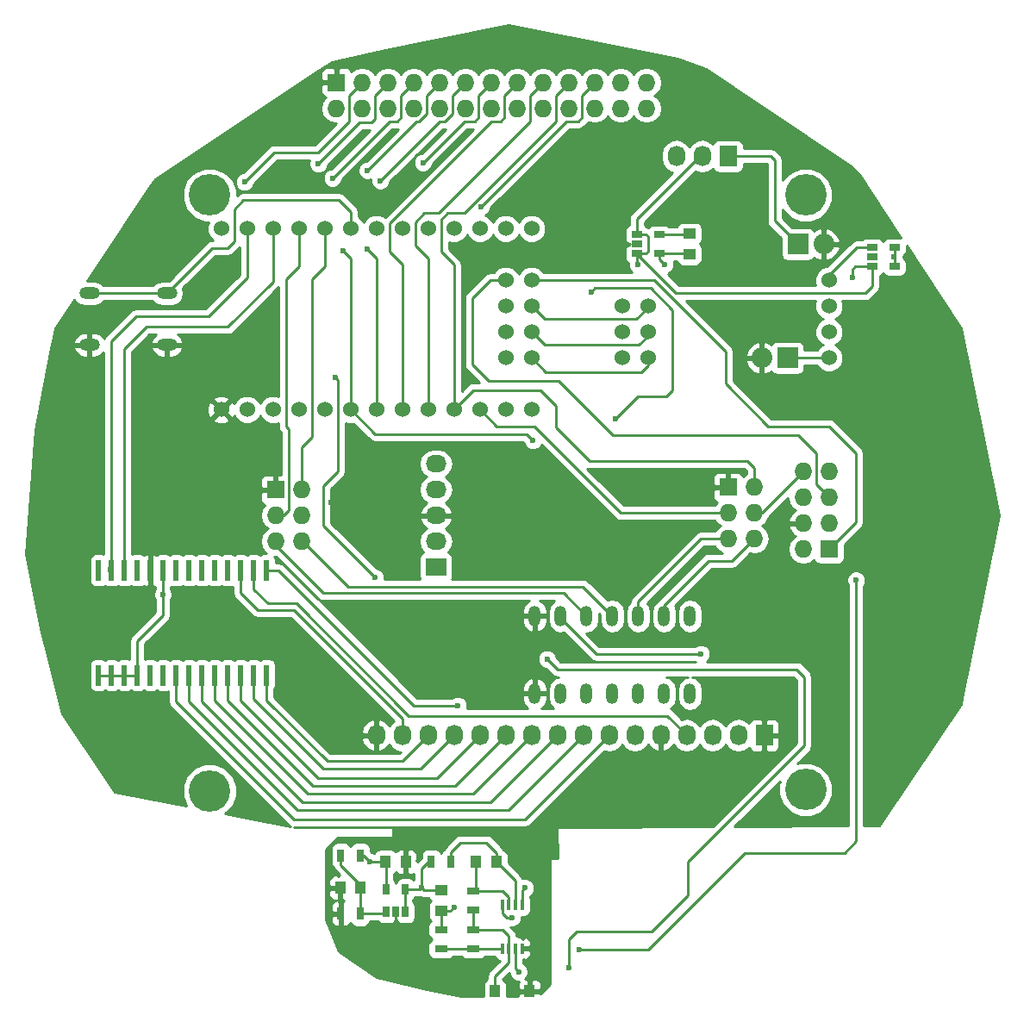
<source format=gtl>
G04 #@! TF.FileFunction,Copper,L1,Top,Signal*
%FSLAX46Y46*%
G04 Gerber Fmt 4.6, Leading zero omitted, Abs format (unit mm)*
G04 Created by KiCad (PCBNEW 4.0.1-stable) date Tuesday, March 22, 2016 'PMt' 12:33:31 PM*
%MOMM*%
G01*
G04 APERTURE LIST*
%ADD10C,0.100000*%
%ADD11C,4.064000*%
%ADD12C,1.524000*%
%ADD13R,2.032000X2.032000*%
%ADD14O,2.032000X2.032000*%
%ADD15R,1.000000X1.250000*%
%ADD16R,1.250000X1.000000*%
%ADD17R,1.300000X0.700000*%
%ADD18R,0.700000X1.300000*%
%ADD19R,1.727200X1.727200*%
%ADD20O,1.727200X1.727200*%
%ADD21R,2.032000X1.727200*%
%ADD22O,2.032000X1.727200*%
%ADD23R,0.650000X1.060000*%
%ADD24R,0.400000X1.100000*%
%ADD25R,1.060000X0.650000*%
%ADD26R,1.727200X2.032000*%
%ADD27O,1.727200X2.032000*%
%ADD28O,1.200000X2.000000*%
%ADD29R,0.510000X2.000000*%
%ADD30R,1.000000X1.200000*%
%ADD31O,2.000000X1.200000*%
%ADD32C,0.600000*%
%ADD33C,0.250000*%
%ADD34C,0.254000*%
G04 APERTURE END LIST*
D10*
D11*
X138557000Y-66548000D03*
X197104000Y-124968000D03*
X138557000Y-125095000D03*
D12*
X199390000Y-74930000D03*
X199390000Y-77470000D03*
X199390000Y-80010000D03*
X199390000Y-82550000D03*
X181610000Y-82550000D03*
X181610000Y-80010000D03*
X181610000Y-77470000D03*
X179070000Y-77470000D03*
X179070000Y-80010000D03*
X179070000Y-82550000D03*
D13*
X196342000Y-71374000D03*
D14*
X198882000Y-71374000D03*
D15*
X153400000Y-134620000D03*
X151400000Y-134620000D03*
D16*
X161290000Y-136890000D03*
X161290000Y-134890000D03*
D15*
X155845000Y-132080000D03*
X157845000Y-132080000D03*
X164735000Y-132080000D03*
X166735000Y-132080000D03*
D16*
X185674000Y-70374000D03*
X185674000Y-72374000D03*
D17*
X164465000Y-134940000D03*
X164465000Y-136840000D03*
D18*
X153350000Y-131445000D03*
X151450000Y-131445000D03*
X153350000Y-137160000D03*
X151450000Y-137160000D03*
D17*
X164465000Y-140650000D03*
X164465000Y-138750000D03*
X161290000Y-138750000D03*
X161290000Y-140650000D03*
D18*
X162240000Y-132080000D03*
X160340000Y-132080000D03*
D19*
X199390000Y-101346000D03*
D20*
X196850000Y-101346000D03*
X199390000Y-98806000D03*
X196850000Y-98806000D03*
X199390000Y-96266000D03*
X196850000Y-96266000D03*
X199390000Y-93726000D03*
X196850000Y-93726000D03*
D21*
X160782000Y-103124000D03*
D22*
X160782000Y-100584000D03*
X160782000Y-98044000D03*
X160782000Y-95504000D03*
X160782000Y-92964000D03*
D23*
X155895000Y-136990000D03*
X156845000Y-136990000D03*
X157795000Y-136990000D03*
X157795000Y-134790000D03*
X155895000Y-134790000D03*
D24*
X167300000Y-140580000D03*
X167950000Y-140580000D03*
X168600000Y-140580000D03*
X169250000Y-140580000D03*
X169250000Y-136280000D03*
X168600000Y-136280000D03*
X167950000Y-136280000D03*
X167300000Y-136280000D03*
D25*
X203624000Y-71694000D03*
X203624000Y-72644000D03*
X203624000Y-73594000D03*
X205824000Y-73594000D03*
X205824000Y-71694000D03*
X180510000Y-70424000D03*
X180510000Y-71374000D03*
X180510000Y-72324000D03*
X182710000Y-72324000D03*
X182710000Y-70424000D03*
D26*
X193040000Y-119634000D03*
D27*
X190500000Y-119634000D03*
X187960000Y-119634000D03*
X185420000Y-119634000D03*
X182880000Y-119634000D03*
X180340000Y-119634000D03*
X177800000Y-119634000D03*
X175260000Y-119634000D03*
X172720000Y-119634000D03*
X170180000Y-119634000D03*
X167640000Y-119634000D03*
X165100000Y-119634000D03*
X162560000Y-119634000D03*
X160020000Y-119634000D03*
X157480000Y-119634000D03*
X154940000Y-119634000D03*
D19*
X145034000Y-95504000D03*
D20*
X147574000Y-95504000D03*
X145034000Y-98044000D03*
X147574000Y-98044000D03*
X145034000Y-100584000D03*
X147574000Y-100584000D03*
D19*
X189484000Y-95250000D03*
D20*
X192024000Y-95250000D03*
X189484000Y-97790000D03*
X192024000Y-97790000D03*
X189484000Y-100330000D03*
X192024000Y-100330000D03*
D26*
X189484000Y-62738000D03*
D27*
X186944000Y-62738000D03*
X184404000Y-62738000D03*
D12*
X139700000Y-69850000D03*
X139700000Y-87630000D03*
X142240000Y-69850000D03*
X142240000Y-87630000D03*
X144780000Y-69850000D03*
X144780000Y-87630000D03*
X147320000Y-69850000D03*
X147320000Y-87630000D03*
X149860000Y-69850000D03*
X149860000Y-87630000D03*
X152400000Y-69850000D03*
X152400000Y-87630000D03*
X154940000Y-69850000D03*
X154940000Y-87630000D03*
X157480000Y-69850000D03*
X157480000Y-87630000D03*
X160020000Y-69850000D03*
X160020000Y-87630000D03*
X162560000Y-69850000D03*
X162560000Y-87630000D03*
X165100000Y-69850000D03*
X165100000Y-87630000D03*
X167640000Y-69850000D03*
X167640000Y-87630000D03*
X170180000Y-69850000D03*
X170180000Y-87630000D03*
X170180000Y-74930000D03*
X170180000Y-77470000D03*
X170180000Y-80010000D03*
X170180000Y-82550000D03*
X167640000Y-82550000D03*
X167640000Y-80010000D03*
X167640000Y-77470000D03*
X167640000Y-74930000D03*
D13*
X195326000Y-82550000D03*
D14*
X192786000Y-82550000D03*
D28*
X170484800Y-107924600D03*
X170484800Y-115544600D03*
X173024800Y-107924600D03*
X173024800Y-115544600D03*
X175564800Y-107924600D03*
X175564800Y-115544600D03*
X178104800Y-107924600D03*
X178104800Y-115544600D03*
X180644800Y-107924600D03*
X180644800Y-115544600D03*
X183184800Y-107924600D03*
X183184800Y-115544600D03*
X185724800Y-107924600D03*
X185724800Y-115544600D03*
D29*
X144145000Y-113735000D03*
X144145000Y-103435000D03*
X142875000Y-113735000D03*
X142875000Y-103435000D03*
X141605000Y-113735000D03*
X141605000Y-103435000D03*
X140335000Y-113735000D03*
X140335000Y-103435000D03*
X139065000Y-113735000D03*
X139065000Y-103435000D03*
X137795000Y-113735000D03*
X137795000Y-103435000D03*
X136525000Y-113735000D03*
X136525000Y-103435000D03*
X135255000Y-113735000D03*
X135255000Y-103435000D03*
X133985000Y-113735000D03*
X133985000Y-103435000D03*
X132715000Y-113735000D03*
X132715000Y-103435000D03*
X131445000Y-113735000D03*
X131445000Y-103435000D03*
X130175000Y-113735000D03*
X130175000Y-103435000D03*
X128905000Y-113735000D03*
X128905000Y-103435000D03*
X127635000Y-113735000D03*
X127635000Y-103435000D03*
D30*
X166575000Y-144780000D03*
X169975000Y-144780000D03*
D19*
X151003000Y-55499000D03*
D20*
X151003000Y-58039000D03*
X153543000Y-55499000D03*
X153543000Y-58039000D03*
X156083000Y-55499000D03*
X156083000Y-58039000D03*
X158623000Y-55499000D03*
X158623000Y-58039000D03*
X161163000Y-55499000D03*
X161163000Y-58039000D03*
X163703000Y-55499000D03*
X163703000Y-58039000D03*
X166243000Y-55499000D03*
X166243000Y-58039000D03*
X168783000Y-55499000D03*
X168783000Y-58039000D03*
X171323000Y-55499000D03*
X171323000Y-58039000D03*
X173863000Y-55499000D03*
X173863000Y-58039000D03*
X176403000Y-55499000D03*
X176403000Y-58039000D03*
X178943000Y-55499000D03*
X178943000Y-58039000D03*
X181483000Y-55499000D03*
X181483000Y-58039000D03*
D31*
X134366000Y-76200000D03*
X126746000Y-76200000D03*
X134366000Y-81280000D03*
X126746000Y-81280000D03*
D11*
X197104000Y-66548000D03*
D32*
X186817000Y-111633000D03*
X180594000Y-73406000D03*
X201676000Y-74676000D03*
X157861000Y-131953000D03*
X170561000Y-140716000D03*
X150495000Y-96774000D03*
X188214000Y-71755000D03*
X131953000Y-105791000D03*
X180594000Y-71390000D03*
X203624000Y-72644000D03*
X170180000Y-138430000D03*
X163830000Y-144145000D03*
X162560000Y-136525000D03*
X169545000Y-134620000D03*
X168910000Y-142875000D03*
X159385000Y-134620000D03*
X168275000Y-137541000D03*
X133969000Y-105791000D03*
X183261000Y-73390000D03*
X154305000Y-132080000D03*
X173863000Y-142494000D03*
X171704000Y-112141000D03*
X154813000Y-104140000D03*
X150876000Y-84455000D03*
X202057000Y-104394000D03*
X164465000Y-140716000D03*
X174879000Y-140716000D03*
X128778000Y-103378000D03*
X130175000Y-103632000D03*
X149225000Y-63500000D03*
X155321000Y-65151000D03*
X151638000Y-72009000D03*
X170307000Y-90678000D03*
X159512000Y-63373000D03*
X154051000Y-71882000D03*
X165227000Y-67691000D03*
X176022000Y-76073000D03*
X178435000Y-88519000D03*
X162941000Y-116713000D03*
X205740000Y-72644000D03*
X141986000Y-65278000D03*
X150622000Y-64897000D03*
X154051000Y-64135000D03*
D33*
X176530000Y-111633000D02*
X173024800Y-108127800D01*
X186817000Y-111633000D02*
X176530000Y-111633000D01*
X173024800Y-108127800D02*
X173024800Y-107924600D01*
X180510000Y-72324000D02*
X180510000Y-73322000D01*
X180510000Y-73322000D02*
X180594000Y-73406000D01*
X203624000Y-73594000D02*
X201996000Y-73594000D01*
X201676000Y-73914000D02*
X201676000Y-74676000D01*
X201996000Y-73594000D02*
X201676000Y-73914000D01*
X186944000Y-62738000D02*
X186690000Y-62738000D01*
X186690000Y-62738000D02*
X180510000Y-68918000D01*
X180510000Y-68918000D02*
X180510000Y-70424000D01*
X180510000Y-70424000D02*
X181422000Y-70424000D01*
X181422000Y-72324000D02*
X180510000Y-72324000D01*
X181610000Y-72136000D02*
X181422000Y-72324000D01*
X181610000Y-70612000D02*
X181610000Y-72136000D01*
X181422000Y-70424000D02*
X181610000Y-70612000D01*
X203624000Y-73594000D02*
X203624000Y-75522000D01*
X184386000Y-76200000D02*
X180576000Y-72390000D01*
X202946000Y-76200000D02*
X184386000Y-76200000D01*
X203624000Y-75522000D02*
X202946000Y-76200000D01*
X157845000Y-131969000D02*
X157845000Y-132080000D01*
X157861000Y-131953000D02*
X157845000Y-131969000D01*
X170425000Y-140580000D02*
X169250000Y-140580000D01*
X170561000Y-140716000D02*
X170425000Y-140580000D01*
X151450000Y-137160000D02*
X151450000Y-138115000D01*
X156845000Y-138430000D02*
X156845000Y-136990000D01*
X156591000Y-138684000D02*
X156845000Y-138430000D01*
X152019000Y-138684000D02*
X156591000Y-138684000D01*
X151450000Y-138115000D02*
X152019000Y-138684000D01*
X150495000Y-96774000D02*
X151765000Y-98044000D01*
X151765000Y-98044000D02*
X160782000Y-98044000D01*
X188214000Y-71755000D02*
X188214000Y-71882000D01*
X132715000Y-103435000D02*
X132715000Y-105029000D01*
X132715000Y-105029000D02*
X131953000Y-105791000D01*
X180594000Y-71390000D02*
X180578000Y-71374000D01*
X180578000Y-71374000D02*
X180510000Y-71374000D01*
X155725000Y-137160000D02*
X155895000Y-136990000D01*
X153350000Y-137160000D02*
X155725000Y-137160000D01*
X153400000Y-134620000D02*
X153400000Y-137110000D01*
X153400000Y-137110000D02*
X153350000Y-137160000D01*
X151450000Y-131445000D02*
X151450000Y-132400000D01*
X151450000Y-132400000D02*
X153400000Y-134350000D01*
X153400000Y-134350000D02*
X153400000Y-134620000D01*
X162195000Y-136890000D02*
X162560000Y-136525000D01*
X161290000Y-136890000D02*
X162195000Y-136890000D01*
X169250000Y-134915000D02*
X169545000Y-134620000D01*
X169250000Y-134915000D02*
X169250000Y-136280000D01*
X161290000Y-138750000D02*
X161290000Y-136890000D01*
X168600000Y-140580000D02*
X168600000Y-142565000D01*
X168600000Y-142565000D02*
X168910000Y-142875000D01*
X160340000Y-132080000D02*
X160020000Y-132080000D01*
X160020000Y-132080000D02*
X159385000Y-132715000D01*
X159385000Y-132715000D02*
X159385000Y-134620000D01*
X161290000Y-134890000D02*
X159655000Y-134890000D01*
X159655000Y-134890000D02*
X159385000Y-134620000D01*
X157795000Y-134790000D02*
X159215000Y-134790000D01*
X159215000Y-134790000D02*
X159385000Y-134620000D01*
X161190000Y-134790000D02*
X161290000Y-134890000D01*
X157795000Y-134790000D02*
X157795000Y-136990000D01*
X167300000Y-136280000D02*
X167300000Y-137119000D01*
X167722000Y-137541000D02*
X168275000Y-137541000D01*
X167300000Y-137119000D02*
X167722000Y-137541000D01*
X192024000Y-97790000D02*
X192786000Y-97790000D01*
X192786000Y-97790000D02*
X196850000Y-93726000D01*
X133969000Y-105791000D02*
X133985000Y-105791000D01*
X131445000Y-113735000D02*
X131445000Y-110363000D01*
X133985000Y-107823000D02*
X133985000Y-105791000D01*
X133985000Y-105791000D02*
X133985000Y-103435000D01*
X131445000Y-110363000D02*
X133985000Y-107823000D01*
X127635000Y-113735000D02*
X128905000Y-113735000D01*
X128905000Y-113735000D02*
X130175000Y-113735000D01*
X130175000Y-113735000D02*
X131445000Y-113735000D01*
X182710000Y-72324000D02*
X182710000Y-72839000D01*
X182710000Y-72839000D02*
X183261000Y-73390000D01*
X182710000Y-72324000D02*
X185624000Y-72324000D01*
X185624000Y-72324000D02*
X185674000Y-72374000D01*
X153670000Y-131445000D02*
X154305000Y-132080000D01*
X154305000Y-132080000D02*
X155845000Y-132080000D01*
X155895000Y-134790000D02*
X155895000Y-132130000D01*
X155895000Y-132130000D02*
X155845000Y-132080000D01*
X153350000Y-131445000D02*
X153670000Y-131445000D01*
X164735000Y-132080000D02*
X164735000Y-134670000D01*
X164735000Y-134670000D02*
X164465000Y-134940000D01*
X167950000Y-136280000D02*
X167950000Y-135565000D01*
X167325000Y-134940000D02*
X164465000Y-134940000D01*
X167950000Y-135565000D02*
X167325000Y-134940000D01*
X182710000Y-70424000D02*
X185624000Y-70424000D01*
X185624000Y-70424000D02*
X185674000Y-70374000D01*
X181737000Y-138938000D02*
X181991000Y-138938000D01*
X181737000Y-138938000D02*
X174625000Y-138938000D01*
X173863000Y-139700000D02*
X173863000Y-142494000D01*
X174625000Y-138938000D02*
X173863000Y-139700000D01*
X196977000Y-120650000D02*
X196977000Y-120015000D01*
X185547000Y-132080000D02*
X196977000Y-120650000D01*
X185547000Y-135382000D02*
X185547000Y-132080000D01*
X181991000Y-138938000D02*
X185547000Y-135382000D01*
X171704000Y-112141000D02*
X172720000Y-113157000D01*
X172720000Y-113157000D02*
X196215000Y-113157000D01*
X196215000Y-113157000D02*
X196977000Y-113919000D01*
X196977000Y-113919000D02*
X196977000Y-120015000D01*
X149733000Y-99060000D02*
X154813000Y-104140000D01*
X149733000Y-95123000D02*
X149733000Y-99060000D01*
X151130000Y-93726000D02*
X149733000Y-95123000D01*
X151130000Y-84709000D02*
X151130000Y-93726000D01*
X150876000Y-84455000D02*
X151130000Y-84709000D01*
X191135000Y-131191000D02*
X200914000Y-131191000D01*
X200914000Y-131191000D02*
X202057000Y-130048000D01*
X202057000Y-104394000D02*
X202057000Y-107569000D01*
X202057000Y-107569000D02*
X202057000Y-130048000D01*
X174879000Y-140716000D02*
X181610000Y-140716000D01*
X164465000Y-140650000D02*
X164465000Y-140716000D01*
X181610000Y-140716000D02*
X191135000Y-131191000D01*
X161290000Y-140650000D02*
X164465000Y-140650000D01*
X164465000Y-140650000D02*
X167230000Y-140650000D01*
X167230000Y-140650000D02*
X167300000Y-140580000D01*
X128778000Y-103378000D02*
X128835000Y-103435000D01*
X128835000Y-103435000D02*
X128905000Y-103435000D01*
X128905000Y-103435000D02*
X128905000Y-80899000D01*
X142240000Y-74676000D02*
X142240000Y-69850000D01*
X138430000Y-78486000D02*
X142240000Y-74676000D01*
X131318000Y-78486000D02*
X138430000Y-78486000D01*
X128905000Y-80899000D02*
X131318000Y-78486000D01*
X181610000Y-77470000D02*
X181610000Y-77597000D01*
X181610000Y-77597000D02*
X180467000Y-78740000D01*
X180467000Y-78740000D02*
X171450000Y-78740000D01*
X171450000Y-78740000D02*
X170180000Y-77470000D01*
X130175000Y-103632000D02*
X130175000Y-103435000D01*
X130175000Y-103435000D02*
X130175000Y-81661000D01*
X144780000Y-75057000D02*
X144780000Y-69850000D01*
X140335000Y-79502000D02*
X144780000Y-75057000D01*
X132334000Y-79502000D02*
X140335000Y-79502000D01*
X130175000Y-81661000D02*
X132334000Y-79502000D01*
X154813000Y-56769000D02*
X156083000Y-55499000D01*
X154813000Y-59055000D02*
X154813000Y-56769000D01*
X154432000Y-59436000D02*
X154813000Y-59055000D01*
X153289000Y-59436000D02*
X154432000Y-59436000D01*
X149225000Y-63500000D02*
X153289000Y-59436000D01*
X145034000Y-98044000D02*
X145796000Y-98044000D01*
X145796000Y-98044000D02*
X146304000Y-97536000D01*
X146304000Y-97536000D02*
X146304000Y-89535000D01*
X146304000Y-89535000D02*
X146050000Y-89281000D01*
X146050000Y-89281000D02*
X146050000Y-74803000D01*
X146050000Y-74803000D02*
X147320000Y-73533000D01*
X147320000Y-73533000D02*
X147320000Y-69850000D01*
X181610000Y-80010000D02*
X181610000Y-80391000D01*
X181610000Y-80391000D02*
X180721000Y-81280000D01*
X180721000Y-81280000D02*
X171450000Y-81280000D01*
X171450000Y-81280000D02*
X170180000Y-80010000D01*
X147574000Y-95504000D02*
X147574000Y-91313000D01*
X149860000Y-73533000D02*
X149860000Y-69850000D01*
X148590000Y-74803000D02*
X149860000Y-73533000D01*
X148590000Y-90297000D02*
X148590000Y-74803000D01*
X147574000Y-91313000D02*
X148590000Y-90297000D01*
X152400000Y-87630000D02*
X152400000Y-72771000D01*
X162433000Y-56769000D02*
X163703000Y-55499000D01*
X162433000Y-58547000D02*
X162433000Y-56769000D01*
X161671000Y-59309000D02*
X162433000Y-58547000D01*
X161163000Y-59309000D02*
X161671000Y-59309000D01*
X155321000Y-65151000D02*
X161163000Y-59309000D01*
X152400000Y-72771000D02*
X151638000Y-72009000D01*
X154813000Y-90043000D02*
X152400000Y-87630000D01*
X169672000Y-90043000D02*
X154813000Y-90043000D01*
X170307000Y-90678000D02*
X169672000Y-90043000D01*
X154940000Y-87630000D02*
X154940000Y-72771000D01*
X164973000Y-56769000D02*
X166243000Y-55499000D01*
X164973000Y-58928000D02*
X164973000Y-56769000D01*
X164592000Y-59309000D02*
X164973000Y-58928000D01*
X163576000Y-59309000D02*
X164592000Y-59309000D01*
X159512000Y-63373000D02*
X163576000Y-59309000D01*
X154940000Y-72771000D02*
X154051000Y-71882000D01*
X157480000Y-87630000D02*
X157480000Y-73406000D01*
X167513000Y-56769000D02*
X168783000Y-55499000D01*
X167513000Y-58928000D02*
X167513000Y-56769000D01*
X167132000Y-59309000D02*
X167513000Y-58928000D01*
X166243000Y-59309000D02*
X167132000Y-59309000D01*
X156210000Y-69342000D02*
X166243000Y-59309000D01*
X156210000Y-72136000D02*
X156210000Y-69342000D01*
X157480000Y-73406000D02*
X156210000Y-72136000D01*
X162560000Y-87630000D02*
X162560000Y-73406000D01*
X172593000Y-56769000D02*
X173863000Y-55499000D01*
X172593000Y-59309000D02*
X172593000Y-56769000D01*
X163576000Y-68326000D02*
X172593000Y-59309000D01*
X161925000Y-68326000D02*
X163576000Y-68326000D01*
X161290000Y-68961000D02*
X161925000Y-68326000D01*
X161290000Y-72136000D02*
X161290000Y-68961000D01*
X162560000Y-73406000D02*
X161290000Y-72136000D01*
X192024000Y-95250000D02*
X192024000Y-93345000D01*
X164465000Y-85725000D02*
X162560000Y-87630000D01*
X171069000Y-85725000D02*
X164465000Y-85725000D01*
X172593000Y-87249000D02*
X171069000Y-85725000D01*
X172593000Y-89408000D02*
X172593000Y-87249000D01*
X175895000Y-92710000D02*
X172593000Y-89408000D01*
X191389000Y-92710000D02*
X175895000Y-92710000D01*
X192024000Y-93345000D02*
X191389000Y-92710000D01*
X175133000Y-56769000D02*
X176403000Y-55499000D01*
X175133000Y-58928000D02*
X175133000Y-56769000D01*
X174752000Y-59309000D02*
X175133000Y-58928000D01*
X173609000Y-59309000D02*
X174752000Y-59309000D01*
X165227000Y-67691000D02*
X173609000Y-59309000D01*
X189484000Y-97790000D02*
X178943000Y-97790000D01*
X166751000Y-89281000D02*
X165100000Y-87630000D01*
X170434000Y-89281000D02*
X166751000Y-89281000D01*
X178943000Y-97790000D02*
X170434000Y-89281000D01*
X170180000Y-74930000D02*
X182245000Y-74930000D01*
X202057000Y-98679000D02*
X199390000Y-101346000D01*
X202057000Y-91948000D02*
X202057000Y-98679000D01*
X199390000Y-89281000D02*
X202057000Y-91948000D01*
X193421000Y-89281000D02*
X199390000Y-89281000D01*
X189230000Y-85090000D02*
X193421000Y-89281000D01*
X189230000Y-81915000D02*
X189230000Y-85090000D01*
X182245000Y-74930000D02*
X189230000Y-81915000D01*
X167640000Y-74930000D02*
X166116000Y-74930000D01*
X198120000Y-94996000D02*
X199390000Y-96266000D01*
X198120000Y-91948000D02*
X198120000Y-94996000D01*
X196342000Y-90170000D02*
X198120000Y-91948000D01*
X178181000Y-90170000D02*
X196342000Y-90170000D01*
X172847000Y-84836000D02*
X178181000Y-90170000D01*
X165989000Y-84836000D02*
X172847000Y-84836000D01*
X164338000Y-83185000D02*
X165989000Y-84836000D01*
X164338000Y-76708000D02*
X164338000Y-83185000D01*
X166116000Y-74930000D02*
X164338000Y-76708000D01*
X176403000Y-75692000D02*
X176022000Y-76073000D01*
X181864000Y-75692000D02*
X176403000Y-75692000D01*
X184023000Y-77851000D02*
X181864000Y-75692000D01*
X184023000Y-85725000D02*
X184023000Y-77851000D01*
X183388000Y-86360000D02*
X184023000Y-85725000D01*
X180594000Y-86360000D02*
X183388000Y-86360000D01*
X178435000Y-88519000D02*
X180594000Y-86360000D01*
X144145000Y-103435000D02*
X145345000Y-103435000D01*
X158623000Y-116713000D02*
X162941000Y-116713000D01*
X145345000Y-103435000D02*
X158623000Y-116713000D01*
X142875000Y-103435000D02*
X142875000Y-105283000D01*
X183515000Y-117729000D02*
X185420000Y-119634000D01*
X158115000Y-117729000D02*
X183515000Y-117729000D01*
X147066000Y-106680000D02*
X158115000Y-117729000D01*
X144272000Y-106680000D02*
X147066000Y-106680000D01*
X142875000Y-105283000D02*
X144272000Y-106680000D01*
X157480000Y-119634000D02*
X157480000Y-117983000D01*
X141605000Y-105664000D02*
X141605000Y-103435000D01*
X143256000Y-107315000D02*
X141605000Y-105664000D01*
X146812000Y-107315000D02*
X143256000Y-107315000D01*
X157480000Y-117983000D02*
X146812000Y-107315000D01*
X135255000Y-113735000D02*
X135255000Y-116332000D01*
X169545000Y-127889000D02*
X177800000Y-119634000D01*
X146812000Y-127889000D02*
X169545000Y-127889000D01*
X135255000Y-116332000D02*
X146812000Y-127889000D01*
X136525000Y-113735000D02*
X136525000Y-116332000D01*
X167894000Y-127000000D02*
X175260000Y-119634000D01*
X147193000Y-127000000D02*
X167894000Y-127000000D01*
X136525000Y-116332000D02*
X147193000Y-127000000D01*
X137795000Y-113735000D02*
X137795000Y-116332000D01*
X166116000Y-126238000D02*
X172720000Y-119634000D01*
X147701000Y-126238000D02*
X166116000Y-126238000D01*
X137795000Y-116332000D02*
X147701000Y-126238000D01*
X139065000Y-113735000D02*
X139065000Y-116205000D01*
X164465000Y-125349000D02*
X170180000Y-119634000D01*
X148209000Y-125349000D02*
X164465000Y-125349000D01*
X139065000Y-116205000D02*
X148209000Y-125349000D01*
X140335000Y-113735000D02*
X140335000Y-116205000D01*
X162687000Y-124587000D02*
X167640000Y-119634000D01*
X148717000Y-124587000D02*
X162687000Y-124587000D01*
X140335000Y-116205000D02*
X148717000Y-124587000D01*
X141605000Y-113735000D02*
X141605000Y-116205000D01*
X160909000Y-123825000D02*
X165100000Y-119634000D01*
X149225000Y-123825000D02*
X160909000Y-123825000D01*
X141605000Y-116205000D02*
X149225000Y-123825000D01*
X142875000Y-113735000D02*
X142875000Y-116078000D01*
X159258000Y-122936000D02*
X162560000Y-119634000D01*
X149733000Y-122936000D02*
X159258000Y-122936000D01*
X142875000Y-116078000D02*
X149733000Y-122936000D01*
X144145000Y-113735000D02*
X144145000Y-116205000D01*
X157480000Y-122174000D02*
X160020000Y-119634000D01*
X150114000Y-122174000D02*
X157480000Y-122174000D01*
X144145000Y-116205000D02*
X150114000Y-122174000D01*
X145034000Y-100584000D02*
X145034000Y-100965000D01*
X145034000Y-100965000D02*
X149733000Y-105664000D01*
X149733000Y-105664000D02*
X173304200Y-105664000D01*
X173304200Y-105664000D02*
X175564800Y-107924600D01*
X175209200Y-105029000D02*
X178104800Y-107924600D01*
X152146000Y-105029000D02*
X175209200Y-105029000D01*
X147701000Y-100584000D02*
X152146000Y-105029000D01*
X147574000Y-100584000D02*
X147701000Y-100584000D01*
X180644800Y-107924600D02*
X180644800Y-106502200D01*
X186817000Y-100330000D02*
X189484000Y-100330000D01*
X180644800Y-106502200D02*
X186817000Y-100330000D01*
X183184800Y-107924600D02*
X183184800Y-106883200D01*
X189865000Y-102489000D02*
X192024000Y-100330000D01*
X187579000Y-102489000D02*
X189865000Y-102489000D01*
X183184800Y-106883200D02*
X187579000Y-102489000D01*
X193167000Y-62738000D02*
X193675000Y-62738000D01*
X194056000Y-69088000D02*
X196342000Y-71374000D01*
X194056000Y-63119000D02*
X194056000Y-69088000D01*
X193675000Y-62738000D02*
X194056000Y-63119000D01*
X189484000Y-62738000D02*
X193167000Y-62738000D01*
X193167000Y-62738000D02*
X193294000Y-62738000D01*
X205824000Y-73594000D02*
X205824000Y-72728000D01*
X205824000Y-72728000D02*
X205740000Y-72644000D01*
X205824000Y-71694000D02*
X205824000Y-72560000D01*
X205824000Y-72560000D02*
X205740000Y-72644000D01*
X199390000Y-74930000D02*
X199390000Y-74422000D01*
X199390000Y-74422000D02*
X202118000Y-71694000D01*
X202118000Y-71694000D02*
X203624000Y-71694000D01*
X164465000Y-138750000D02*
X164465000Y-136840000D01*
X167950000Y-140580000D02*
X167950000Y-139375000D01*
X167325000Y-138750000D02*
X164465000Y-138750000D01*
X167950000Y-139375000D02*
X167325000Y-138750000D01*
X166575000Y-144780000D02*
X166575000Y-143305000D01*
X167950000Y-141930000D02*
X167950000Y-140580000D01*
X166575000Y-143305000D02*
X167950000Y-141930000D01*
X138811000Y-71755000D02*
X136271000Y-74295000D01*
X140335000Y-71755000D02*
X138811000Y-71755000D01*
X140970000Y-71120000D02*
X140335000Y-71755000D01*
X140970000Y-67945000D02*
X140970000Y-71120000D01*
X141859000Y-67056000D02*
X140970000Y-67945000D01*
X126746000Y-76200000D02*
X134366000Y-76200000D01*
X134366000Y-76200000D02*
X136271000Y-74295000D01*
X181610000Y-82550000D02*
X181610000Y-83312000D01*
X181610000Y-83312000D02*
X180975000Y-83947000D01*
X180975000Y-83947000D02*
X171577000Y-83947000D01*
X171577000Y-83947000D02*
X170180000Y-82550000D01*
X195326000Y-82550000D02*
X199390000Y-82550000D01*
X168600000Y-136280000D02*
X168600000Y-133945000D01*
X168600000Y-133945000D02*
X166735000Y-132080000D01*
X166735000Y-132080000D02*
X166735000Y-131175000D01*
X162240000Y-131130000D02*
X162240000Y-132080000D01*
X163195000Y-130175000D02*
X162240000Y-131130000D01*
X165735000Y-130175000D02*
X163195000Y-130175000D01*
X166735000Y-131175000D02*
X165735000Y-130175000D01*
X152273000Y-56769000D02*
X153543000Y-55499000D01*
X152273000Y-59309000D02*
X152273000Y-56769000D01*
X149225000Y-62357000D02*
X152273000Y-59309000D01*
X144907000Y-62357000D02*
X149225000Y-62357000D01*
X141986000Y-65278000D02*
X144907000Y-62357000D01*
X157353000Y-56769000D02*
X158623000Y-55499000D01*
X157353000Y-58928000D02*
X157353000Y-56769000D01*
X156972000Y-59309000D02*
X157353000Y-58928000D01*
X156210000Y-59309000D02*
X156972000Y-59309000D01*
X150622000Y-64897000D02*
X156210000Y-59309000D01*
X159893000Y-56769000D02*
X161163000Y-55499000D01*
X159893000Y-58547000D02*
X159893000Y-56769000D01*
X159131000Y-59309000D02*
X159893000Y-58547000D01*
X158877000Y-59309000D02*
X159131000Y-59309000D01*
X154051000Y-64135000D02*
X158877000Y-59309000D01*
X151257000Y-67056000D02*
X141859000Y-67056000D01*
X152400000Y-68199000D02*
X152400000Y-69850000D01*
X151257000Y-67056000D02*
X152400000Y-68199000D01*
X160020000Y-87630000D02*
X160020000Y-72771000D01*
X170053000Y-56769000D02*
X171323000Y-55499000D01*
X170053000Y-59309000D02*
X170053000Y-56769000D01*
X161036000Y-68326000D02*
X170053000Y-59309000D01*
X159639000Y-68326000D02*
X161036000Y-68326000D01*
X158750000Y-69215000D02*
X159639000Y-68326000D01*
X158750000Y-71501000D02*
X158750000Y-69215000D01*
X160020000Y-72771000D02*
X158750000Y-71501000D01*
D34*
G36*
X185252186Y-113971577D02*
X184851523Y-114239291D01*
X184583809Y-114639954D01*
X184489800Y-115112568D01*
X184489800Y-115976632D01*
X184583809Y-116449246D01*
X184851523Y-116849909D01*
X185252186Y-117117623D01*
X185724800Y-117211632D01*
X186197414Y-117117623D01*
X186598077Y-116849909D01*
X186865791Y-116449246D01*
X186959800Y-115976632D01*
X186959800Y-115112568D01*
X186865791Y-114639954D01*
X186598077Y-114239291D01*
X186197414Y-113971577D01*
X185923038Y-113917000D01*
X195900198Y-113917000D01*
X196217000Y-114233802D01*
X196217000Y-120335198D01*
X187958498Y-128593700D01*
X173862730Y-128651000D01*
X172748677Y-128651000D01*
X172699267Y-128661006D01*
X172657642Y-128689447D01*
X172630362Y-128731841D01*
X172621743Y-128782095D01*
X172715837Y-131699000D01*
X172085000Y-131699000D01*
X172035590Y-131709006D01*
X171993965Y-131737447D01*
X171966685Y-131779841D01*
X171958000Y-131826000D01*
X171958000Y-144092394D01*
X171047322Y-145003072D01*
X170951250Y-144907000D01*
X170102000Y-144907000D01*
X170102000Y-144927000D01*
X169848000Y-144927000D01*
X169848000Y-144907000D01*
X168998750Y-144907000D01*
X168840000Y-145065750D01*
X168840000Y-145288000D01*
X167722440Y-145288000D01*
X167722440Y-144180000D01*
X167678162Y-143944683D01*
X167539090Y-143728559D01*
X167353233Y-143601569D01*
X167974908Y-142979894D01*
X167974838Y-143060167D01*
X168116883Y-143403943D01*
X168379673Y-143667192D01*
X168723201Y-143809838D01*
X168946941Y-143810033D01*
X168936673Y-143820301D01*
X168840000Y-144053690D01*
X168840000Y-144494250D01*
X168998750Y-144653000D01*
X169848000Y-144653000D01*
X169848000Y-143703750D01*
X170102000Y-143703750D01*
X170102000Y-144653000D01*
X170951250Y-144653000D01*
X171110000Y-144494250D01*
X171110000Y-144053690D01*
X171013327Y-143820301D01*
X170834698Y-143641673D01*
X170601309Y-143545000D01*
X170260750Y-143545000D01*
X170102000Y-143703750D01*
X169848000Y-143703750D01*
X169689250Y-143545000D01*
X169562275Y-143545000D01*
X169702192Y-143405327D01*
X169844838Y-143061799D01*
X169845162Y-142689833D01*
X169703117Y-142346057D01*
X169440327Y-142082808D01*
X169360000Y-142049453D01*
X169360000Y-141765000D01*
X169377002Y-141765000D01*
X169377002Y-141633252D01*
X169508750Y-141765000D01*
X169576310Y-141765000D01*
X169809699Y-141668327D01*
X169988327Y-141489698D01*
X170085000Y-141256309D01*
X170085000Y-140865750D01*
X169926250Y-140707000D01*
X169447440Y-140707000D01*
X169447440Y-140453000D01*
X169926250Y-140453000D01*
X170085000Y-140294250D01*
X170085000Y-139903691D01*
X169988327Y-139670302D01*
X169809699Y-139491673D01*
X169576310Y-139395000D01*
X169508750Y-139395000D01*
X169350000Y-139553750D01*
X169350000Y-139712067D01*
X169264090Y-139578559D01*
X169051890Y-139433569D01*
X169024215Y-139427965D01*
X168991250Y-139395000D01*
X168923690Y-139395000D01*
X168903247Y-139403468D01*
X168800000Y-139382560D01*
X168710000Y-139382560D01*
X168710000Y-139375000D01*
X168652148Y-139084161D01*
X168652148Y-139084160D01*
X168487401Y-138837599D01*
X168125673Y-138475871D01*
X168460167Y-138476162D01*
X168803943Y-138334117D01*
X169067192Y-138071327D01*
X169209838Y-137727799D01*
X169210056Y-137477440D01*
X169450000Y-137477440D01*
X169685317Y-137433162D01*
X169901441Y-137294090D01*
X170046431Y-137081890D01*
X170097440Y-136830000D01*
X170097440Y-135730000D01*
X170053162Y-135494683D01*
X170016064Y-135437032D01*
X170073943Y-135413117D01*
X170337192Y-135150327D01*
X170479838Y-134806799D01*
X170480162Y-134434833D01*
X170338117Y-134091057D01*
X170075327Y-133827808D01*
X169731799Y-133685162D01*
X169359833Y-133684838D01*
X169312168Y-133704533D01*
X169308250Y-133684838D01*
X169302148Y-133654160D01*
X169137401Y-133407599D01*
X167882440Y-132152638D01*
X167882440Y-131455000D01*
X167838162Y-131219683D01*
X167699090Y-131003559D01*
X167486890Y-130858569D01*
X167409588Y-130842915D01*
X167272401Y-130637599D01*
X166272401Y-129637599D01*
X166025839Y-129472852D01*
X165735000Y-129415000D01*
X163195000Y-129415000D01*
X162904161Y-129472852D01*
X162657599Y-129637599D01*
X161702599Y-130592599D01*
X161537852Y-130839161D01*
X161523514Y-130911243D01*
X161438559Y-130965910D01*
X161293569Y-131178110D01*
X161290919Y-131191197D01*
X161154090Y-130978559D01*
X160941890Y-130833569D01*
X160690000Y-130782560D01*
X159990000Y-130782560D01*
X159754683Y-130826838D01*
X159538559Y-130965910D01*
X159393569Y-131178110D01*
X159342560Y-131430000D01*
X159342560Y-131682638D01*
X158980000Y-132045198D01*
X158980000Y-131952998D01*
X158821252Y-131952998D01*
X158980000Y-131794250D01*
X158980000Y-131328690D01*
X158883327Y-131095301D01*
X158704698Y-130916673D01*
X158471309Y-130820000D01*
X158130750Y-130820000D01*
X157972000Y-130978750D01*
X157972000Y-131953000D01*
X157992000Y-131953000D01*
X157992000Y-132207000D01*
X157972000Y-132207000D01*
X157972000Y-133181250D01*
X158130750Y-133340000D01*
X158471309Y-133340000D01*
X158625000Y-133276339D01*
X158625000Y-133872135D01*
X158584090Y-133808559D01*
X158371890Y-133663569D01*
X158120000Y-133612560D01*
X157470000Y-133612560D01*
X157234683Y-133656838D01*
X157018559Y-133795910D01*
X156873569Y-134008110D01*
X156845824Y-134145120D01*
X156823162Y-134024683D01*
X156684090Y-133808559D01*
X156655000Y-133788683D01*
X156655000Y-133260105D01*
X156796441Y-133169090D01*
X156842969Y-133100994D01*
X156985302Y-133243327D01*
X157218691Y-133340000D01*
X157559250Y-133340000D01*
X157718000Y-133181250D01*
X157718000Y-132207000D01*
X157698000Y-132207000D01*
X157698000Y-131953000D01*
X157718000Y-131953000D01*
X157718000Y-130978750D01*
X157559250Y-130820000D01*
X157218691Y-130820000D01*
X156985302Y-130916673D01*
X156844064Y-131057910D01*
X156809090Y-131003559D01*
X156596890Y-130858569D01*
X156345000Y-130807560D01*
X155345000Y-130807560D01*
X155109683Y-130851838D01*
X154893559Y-130990910D01*
X154748569Y-131203110D01*
X154739477Y-131248007D01*
X154491799Y-131145162D01*
X154444923Y-131145121D01*
X154347440Y-131047638D01*
X154347440Y-130795000D01*
X154303162Y-130559683D01*
X154164090Y-130343559D01*
X153951890Y-130198569D01*
X153700000Y-130147560D01*
X153000000Y-130147560D01*
X152764683Y-130191838D01*
X152548559Y-130330910D01*
X152403569Y-130543110D01*
X152400919Y-130556197D01*
X152264090Y-130343559D01*
X152051890Y-130198569D01*
X151800000Y-130147560D01*
X151100000Y-130147560D01*
X150864683Y-130191838D01*
X150648559Y-130330910D01*
X150503569Y-130543110D01*
X150452560Y-130795000D01*
X150452560Y-132095000D01*
X150496838Y-132330317D01*
X150635910Y-132546441D01*
X150732219Y-132612246D01*
X150747852Y-132690839D01*
X150912599Y-132937401D01*
X151335198Y-133360000D01*
X151272998Y-133360000D01*
X151272998Y-133518748D01*
X151114250Y-133360000D01*
X150773691Y-133360000D01*
X150540302Y-133456673D01*
X150361673Y-133635301D01*
X150265000Y-133868690D01*
X150265000Y-134334250D01*
X150423750Y-134493000D01*
X151273000Y-134493000D01*
X151273000Y-134473000D01*
X151527000Y-134473000D01*
X151527000Y-134493000D01*
X151547000Y-134493000D01*
X151547000Y-134747000D01*
X151527000Y-134747000D01*
X151527000Y-135721250D01*
X151685750Y-135880000D01*
X151730750Y-135880000D01*
X151577000Y-136033750D01*
X151577000Y-137033000D01*
X151597000Y-137033000D01*
X151597000Y-137287000D01*
X151577000Y-137287000D01*
X151577000Y-138286250D01*
X151735750Y-138445000D01*
X151926309Y-138445000D01*
X152159698Y-138348327D01*
X152338327Y-138169699D01*
X152394654Y-138033713D01*
X152396838Y-138045317D01*
X152535910Y-138261441D01*
X152748110Y-138406431D01*
X153000000Y-138457440D01*
X153700000Y-138457440D01*
X153935317Y-138413162D01*
X154151441Y-138274090D01*
X154296431Y-138061890D01*
X154325164Y-137920000D01*
X155072809Y-137920000D01*
X155105910Y-137971441D01*
X155318110Y-138116431D01*
X155570000Y-138167440D01*
X156220000Y-138167440D01*
X156360086Y-138141081D01*
X156393690Y-138155000D01*
X156559250Y-138155000D01*
X156718000Y-137996250D01*
X156718000Y-137915949D01*
X156816431Y-137771890D01*
X156844176Y-137634880D01*
X156866838Y-137755317D01*
X156972000Y-137918743D01*
X156972000Y-137996250D01*
X157130750Y-138155000D01*
X157296310Y-138155000D01*
X157333171Y-138139732D01*
X157470000Y-138167440D01*
X158120000Y-138167440D01*
X158355317Y-138123162D01*
X158571441Y-137984090D01*
X158716431Y-137771890D01*
X158767440Y-137520000D01*
X158767440Y-136460000D01*
X158723162Y-136224683D01*
X158584090Y-136008559D01*
X158555000Y-135988683D01*
X158555000Y-135794669D01*
X158571441Y-135784090D01*
X158716431Y-135571890D01*
X158720864Y-135550000D01*
X159186550Y-135550000D01*
X159198201Y-135554838D01*
X159308466Y-135554934D01*
X159364161Y-135592148D01*
X159655000Y-135650000D01*
X160077721Y-135650000D01*
X160200910Y-135841441D01*
X160270711Y-135889134D01*
X160213559Y-135925910D01*
X160068569Y-136138110D01*
X160017560Y-136390000D01*
X160017560Y-137390000D01*
X160061838Y-137625317D01*
X160200910Y-137841441D01*
X160266123Y-137885999D01*
X160188559Y-137935910D01*
X160043569Y-138148110D01*
X159992560Y-138400000D01*
X159992560Y-139100000D01*
X160036838Y-139335317D01*
X160175910Y-139551441D01*
X160388110Y-139696431D01*
X160401197Y-139699081D01*
X160188559Y-139835910D01*
X160043569Y-140048110D01*
X159992560Y-140300000D01*
X159992560Y-141000000D01*
X160036838Y-141235317D01*
X160175910Y-141451441D01*
X160388110Y-141596431D01*
X160640000Y-141647440D01*
X161940000Y-141647440D01*
X162175317Y-141603162D01*
X162391441Y-141464090D01*
X162428399Y-141410000D01*
X163324243Y-141410000D01*
X163350910Y-141451441D01*
X163563110Y-141596431D01*
X163815000Y-141647440D01*
X164270018Y-141647440D01*
X164278201Y-141650838D01*
X164650167Y-141651162D01*
X164659175Y-141647440D01*
X165115000Y-141647440D01*
X165350317Y-141603162D01*
X165566441Y-141464090D01*
X165603399Y-141410000D01*
X166525591Y-141410000D01*
X166635910Y-141581441D01*
X166848110Y-141726431D01*
X167039924Y-141765274D01*
X166037599Y-142767599D01*
X165872852Y-143014161D01*
X165815000Y-143305000D01*
X165815000Y-143592721D01*
X165623559Y-143715910D01*
X165478569Y-143928110D01*
X165427560Y-144180000D01*
X165427560Y-145288000D01*
X163276520Y-145288000D01*
X159846699Y-144605766D01*
X154992143Y-143392127D01*
X151233268Y-140886211D01*
X149987000Y-137770541D01*
X149987000Y-137445750D01*
X150465000Y-137445750D01*
X150465000Y-137936310D01*
X150561673Y-138169699D01*
X150740302Y-138348327D01*
X150973691Y-138445000D01*
X151164250Y-138445000D01*
X151323000Y-138286250D01*
X151323000Y-137287000D01*
X150623750Y-137287000D01*
X150465000Y-137445750D01*
X149987000Y-137445750D01*
X149987000Y-134905750D01*
X150265000Y-134905750D01*
X150265000Y-135371310D01*
X150361673Y-135604699D01*
X150540302Y-135783327D01*
X150773691Y-135880000D01*
X150961620Y-135880000D01*
X150740302Y-135971673D01*
X150561673Y-136150301D01*
X150465000Y-136383690D01*
X150465000Y-136874250D01*
X150623750Y-137033000D01*
X151323000Y-137033000D01*
X151323000Y-136033750D01*
X151164250Y-135875000D01*
X151119250Y-135875000D01*
X151273000Y-135721250D01*
X151273000Y-134747000D01*
X150423750Y-134747000D01*
X150265000Y-134905750D01*
X149987000Y-134905750D01*
X149987000Y-130862606D01*
X151182606Y-129667000D01*
X156464000Y-129667000D01*
X156513410Y-129656994D01*
X156555035Y-129628553D01*
X156582315Y-129586159D01*
X156591000Y-129540000D01*
X156591000Y-128778000D01*
X156580994Y-128728590D01*
X156552553Y-128686965D01*
X156510159Y-128659685D01*
X156464000Y-128651000D01*
X146824410Y-128651000D01*
X146814272Y-128649000D01*
X169545000Y-128649000D01*
X169835839Y-128591148D01*
X170082401Y-128426401D01*
X177292421Y-121216381D01*
X177800000Y-121317345D01*
X178373489Y-121203271D01*
X178859670Y-120878415D01*
X179070000Y-120563634D01*
X179280330Y-120878415D01*
X179766511Y-121203271D01*
X180340000Y-121317345D01*
X180913489Y-121203271D01*
X181399670Y-120878415D01*
X181606461Y-120568931D01*
X181977964Y-120984732D01*
X182505209Y-121238709D01*
X182520974Y-121241358D01*
X182753000Y-121120217D01*
X182753000Y-119761000D01*
X182733000Y-119761000D01*
X182733000Y-119507000D01*
X182753000Y-119507000D01*
X182753000Y-119487000D01*
X183007000Y-119487000D01*
X183007000Y-119507000D01*
X183027000Y-119507000D01*
X183027000Y-119761000D01*
X183007000Y-119761000D01*
X183007000Y-121120217D01*
X183239026Y-121241358D01*
X183254791Y-121238709D01*
X183782036Y-120984732D01*
X184153539Y-120568931D01*
X184360330Y-120878415D01*
X184846511Y-121203271D01*
X185420000Y-121317345D01*
X185993489Y-121203271D01*
X186479670Y-120878415D01*
X186690000Y-120563634D01*
X186900330Y-120878415D01*
X187386511Y-121203271D01*
X187960000Y-121317345D01*
X188533489Y-121203271D01*
X189019670Y-120878415D01*
X189230000Y-120563634D01*
X189440330Y-120878415D01*
X189926511Y-121203271D01*
X190500000Y-121317345D01*
X191073489Y-121203271D01*
X191559670Y-120878415D01*
X191574500Y-120856220D01*
X191638073Y-121009698D01*
X191816701Y-121188327D01*
X192050090Y-121285000D01*
X192754250Y-121285000D01*
X192913000Y-121126250D01*
X192913000Y-119761000D01*
X193167000Y-119761000D01*
X193167000Y-121126250D01*
X193325750Y-121285000D01*
X194029910Y-121285000D01*
X194263299Y-121188327D01*
X194441927Y-121009698D01*
X194538600Y-120776309D01*
X194538600Y-119919750D01*
X194379850Y-119761000D01*
X193167000Y-119761000D01*
X192913000Y-119761000D01*
X192893000Y-119761000D01*
X192893000Y-119507000D01*
X192913000Y-119507000D01*
X192913000Y-118141750D01*
X193167000Y-118141750D01*
X193167000Y-119507000D01*
X194379850Y-119507000D01*
X194538600Y-119348250D01*
X194538600Y-118491691D01*
X194441927Y-118258302D01*
X194263299Y-118079673D01*
X194029910Y-117983000D01*
X193325750Y-117983000D01*
X193167000Y-118141750D01*
X192913000Y-118141750D01*
X192754250Y-117983000D01*
X192050090Y-117983000D01*
X191816701Y-118079673D01*
X191638073Y-118258302D01*
X191574500Y-118411780D01*
X191559670Y-118389585D01*
X191073489Y-118064729D01*
X190500000Y-117950655D01*
X189926511Y-118064729D01*
X189440330Y-118389585D01*
X189230000Y-118704366D01*
X189019670Y-118389585D01*
X188533489Y-118064729D01*
X187960000Y-117950655D01*
X187386511Y-118064729D01*
X186900330Y-118389585D01*
X186690000Y-118704366D01*
X186479670Y-118389585D01*
X185993489Y-118064729D01*
X185420000Y-117950655D01*
X184912421Y-118051619D01*
X184052401Y-117191599D01*
X183805839Y-117026852D01*
X183796148Y-117024924D01*
X184058077Y-116849909D01*
X184325791Y-116449246D01*
X184419800Y-115976632D01*
X184419800Y-115112568D01*
X184325791Y-114639954D01*
X184058077Y-114239291D01*
X183657414Y-113971577D01*
X183383038Y-113917000D01*
X185526562Y-113917000D01*
X185252186Y-113971577D01*
X185252186Y-113971577D01*
G37*
X185252186Y-113971577D02*
X184851523Y-114239291D01*
X184583809Y-114639954D01*
X184489800Y-115112568D01*
X184489800Y-115976632D01*
X184583809Y-116449246D01*
X184851523Y-116849909D01*
X185252186Y-117117623D01*
X185724800Y-117211632D01*
X186197414Y-117117623D01*
X186598077Y-116849909D01*
X186865791Y-116449246D01*
X186959800Y-115976632D01*
X186959800Y-115112568D01*
X186865791Y-114639954D01*
X186598077Y-114239291D01*
X186197414Y-113971577D01*
X185923038Y-113917000D01*
X195900198Y-113917000D01*
X196217000Y-114233802D01*
X196217000Y-120335198D01*
X187958498Y-128593700D01*
X173862730Y-128651000D01*
X172748677Y-128651000D01*
X172699267Y-128661006D01*
X172657642Y-128689447D01*
X172630362Y-128731841D01*
X172621743Y-128782095D01*
X172715837Y-131699000D01*
X172085000Y-131699000D01*
X172035590Y-131709006D01*
X171993965Y-131737447D01*
X171966685Y-131779841D01*
X171958000Y-131826000D01*
X171958000Y-144092394D01*
X171047322Y-145003072D01*
X170951250Y-144907000D01*
X170102000Y-144907000D01*
X170102000Y-144927000D01*
X169848000Y-144927000D01*
X169848000Y-144907000D01*
X168998750Y-144907000D01*
X168840000Y-145065750D01*
X168840000Y-145288000D01*
X167722440Y-145288000D01*
X167722440Y-144180000D01*
X167678162Y-143944683D01*
X167539090Y-143728559D01*
X167353233Y-143601569D01*
X167974908Y-142979894D01*
X167974838Y-143060167D01*
X168116883Y-143403943D01*
X168379673Y-143667192D01*
X168723201Y-143809838D01*
X168946941Y-143810033D01*
X168936673Y-143820301D01*
X168840000Y-144053690D01*
X168840000Y-144494250D01*
X168998750Y-144653000D01*
X169848000Y-144653000D01*
X169848000Y-143703750D01*
X170102000Y-143703750D01*
X170102000Y-144653000D01*
X170951250Y-144653000D01*
X171110000Y-144494250D01*
X171110000Y-144053690D01*
X171013327Y-143820301D01*
X170834698Y-143641673D01*
X170601309Y-143545000D01*
X170260750Y-143545000D01*
X170102000Y-143703750D01*
X169848000Y-143703750D01*
X169689250Y-143545000D01*
X169562275Y-143545000D01*
X169702192Y-143405327D01*
X169844838Y-143061799D01*
X169845162Y-142689833D01*
X169703117Y-142346057D01*
X169440327Y-142082808D01*
X169360000Y-142049453D01*
X169360000Y-141765000D01*
X169377002Y-141765000D01*
X169377002Y-141633252D01*
X169508750Y-141765000D01*
X169576310Y-141765000D01*
X169809699Y-141668327D01*
X169988327Y-141489698D01*
X170085000Y-141256309D01*
X170085000Y-140865750D01*
X169926250Y-140707000D01*
X169447440Y-140707000D01*
X169447440Y-140453000D01*
X169926250Y-140453000D01*
X170085000Y-140294250D01*
X170085000Y-139903691D01*
X169988327Y-139670302D01*
X169809699Y-139491673D01*
X169576310Y-139395000D01*
X169508750Y-139395000D01*
X169350000Y-139553750D01*
X169350000Y-139712067D01*
X169264090Y-139578559D01*
X169051890Y-139433569D01*
X169024215Y-139427965D01*
X168991250Y-139395000D01*
X168923690Y-139395000D01*
X168903247Y-139403468D01*
X168800000Y-139382560D01*
X168710000Y-139382560D01*
X168710000Y-139375000D01*
X168652148Y-139084161D01*
X168652148Y-139084160D01*
X168487401Y-138837599D01*
X168125673Y-138475871D01*
X168460167Y-138476162D01*
X168803943Y-138334117D01*
X169067192Y-138071327D01*
X169209838Y-137727799D01*
X169210056Y-137477440D01*
X169450000Y-137477440D01*
X169685317Y-137433162D01*
X169901441Y-137294090D01*
X170046431Y-137081890D01*
X170097440Y-136830000D01*
X170097440Y-135730000D01*
X170053162Y-135494683D01*
X170016064Y-135437032D01*
X170073943Y-135413117D01*
X170337192Y-135150327D01*
X170479838Y-134806799D01*
X170480162Y-134434833D01*
X170338117Y-134091057D01*
X170075327Y-133827808D01*
X169731799Y-133685162D01*
X169359833Y-133684838D01*
X169312168Y-133704533D01*
X169308250Y-133684838D01*
X169302148Y-133654160D01*
X169137401Y-133407599D01*
X167882440Y-132152638D01*
X167882440Y-131455000D01*
X167838162Y-131219683D01*
X167699090Y-131003559D01*
X167486890Y-130858569D01*
X167409588Y-130842915D01*
X167272401Y-130637599D01*
X166272401Y-129637599D01*
X166025839Y-129472852D01*
X165735000Y-129415000D01*
X163195000Y-129415000D01*
X162904161Y-129472852D01*
X162657599Y-129637599D01*
X161702599Y-130592599D01*
X161537852Y-130839161D01*
X161523514Y-130911243D01*
X161438559Y-130965910D01*
X161293569Y-131178110D01*
X161290919Y-131191197D01*
X161154090Y-130978559D01*
X160941890Y-130833569D01*
X160690000Y-130782560D01*
X159990000Y-130782560D01*
X159754683Y-130826838D01*
X159538559Y-130965910D01*
X159393569Y-131178110D01*
X159342560Y-131430000D01*
X159342560Y-131682638D01*
X158980000Y-132045198D01*
X158980000Y-131952998D01*
X158821252Y-131952998D01*
X158980000Y-131794250D01*
X158980000Y-131328690D01*
X158883327Y-131095301D01*
X158704698Y-130916673D01*
X158471309Y-130820000D01*
X158130750Y-130820000D01*
X157972000Y-130978750D01*
X157972000Y-131953000D01*
X157992000Y-131953000D01*
X157992000Y-132207000D01*
X157972000Y-132207000D01*
X157972000Y-133181250D01*
X158130750Y-133340000D01*
X158471309Y-133340000D01*
X158625000Y-133276339D01*
X158625000Y-133872135D01*
X158584090Y-133808559D01*
X158371890Y-133663569D01*
X158120000Y-133612560D01*
X157470000Y-133612560D01*
X157234683Y-133656838D01*
X157018559Y-133795910D01*
X156873569Y-134008110D01*
X156845824Y-134145120D01*
X156823162Y-134024683D01*
X156684090Y-133808559D01*
X156655000Y-133788683D01*
X156655000Y-133260105D01*
X156796441Y-133169090D01*
X156842969Y-133100994D01*
X156985302Y-133243327D01*
X157218691Y-133340000D01*
X157559250Y-133340000D01*
X157718000Y-133181250D01*
X157718000Y-132207000D01*
X157698000Y-132207000D01*
X157698000Y-131953000D01*
X157718000Y-131953000D01*
X157718000Y-130978750D01*
X157559250Y-130820000D01*
X157218691Y-130820000D01*
X156985302Y-130916673D01*
X156844064Y-131057910D01*
X156809090Y-131003559D01*
X156596890Y-130858569D01*
X156345000Y-130807560D01*
X155345000Y-130807560D01*
X155109683Y-130851838D01*
X154893559Y-130990910D01*
X154748569Y-131203110D01*
X154739477Y-131248007D01*
X154491799Y-131145162D01*
X154444923Y-131145121D01*
X154347440Y-131047638D01*
X154347440Y-130795000D01*
X154303162Y-130559683D01*
X154164090Y-130343559D01*
X153951890Y-130198569D01*
X153700000Y-130147560D01*
X153000000Y-130147560D01*
X152764683Y-130191838D01*
X152548559Y-130330910D01*
X152403569Y-130543110D01*
X152400919Y-130556197D01*
X152264090Y-130343559D01*
X152051890Y-130198569D01*
X151800000Y-130147560D01*
X151100000Y-130147560D01*
X150864683Y-130191838D01*
X150648559Y-130330910D01*
X150503569Y-130543110D01*
X150452560Y-130795000D01*
X150452560Y-132095000D01*
X150496838Y-132330317D01*
X150635910Y-132546441D01*
X150732219Y-132612246D01*
X150747852Y-132690839D01*
X150912599Y-132937401D01*
X151335198Y-133360000D01*
X151272998Y-133360000D01*
X151272998Y-133518748D01*
X151114250Y-133360000D01*
X150773691Y-133360000D01*
X150540302Y-133456673D01*
X150361673Y-133635301D01*
X150265000Y-133868690D01*
X150265000Y-134334250D01*
X150423750Y-134493000D01*
X151273000Y-134493000D01*
X151273000Y-134473000D01*
X151527000Y-134473000D01*
X151527000Y-134493000D01*
X151547000Y-134493000D01*
X151547000Y-134747000D01*
X151527000Y-134747000D01*
X151527000Y-135721250D01*
X151685750Y-135880000D01*
X151730750Y-135880000D01*
X151577000Y-136033750D01*
X151577000Y-137033000D01*
X151597000Y-137033000D01*
X151597000Y-137287000D01*
X151577000Y-137287000D01*
X151577000Y-138286250D01*
X151735750Y-138445000D01*
X151926309Y-138445000D01*
X152159698Y-138348327D01*
X152338327Y-138169699D01*
X152394654Y-138033713D01*
X152396838Y-138045317D01*
X152535910Y-138261441D01*
X152748110Y-138406431D01*
X153000000Y-138457440D01*
X153700000Y-138457440D01*
X153935317Y-138413162D01*
X154151441Y-138274090D01*
X154296431Y-138061890D01*
X154325164Y-137920000D01*
X155072809Y-137920000D01*
X155105910Y-137971441D01*
X155318110Y-138116431D01*
X155570000Y-138167440D01*
X156220000Y-138167440D01*
X156360086Y-138141081D01*
X156393690Y-138155000D01*
X156559250Y-138155000D01*
X156718000Y-137996250D01*
X156718000Y-137915949D01*
X156816431Y-137771890D01*
X156844176Y-137634880D01*
X156866838Y-137755317D01*
X156972000Y-137918743D01*
X156972000Y-137996250D01*
X157130750Y-138155000D01*
X157296310Y-138155000D01*
X157333171Y-138139732D01*
X157470000Y-138167440D01*
X158120000Y-138167440D01*
X158355317Y-138123162D01*
X158571441Y-137984090D01*
X158716431Y-137771890D01*
X158767440Y-137520000D01*
X158767440Y-136460000D01*
X158723162Y-136224683D01*
X158584090Y-136008559D01*
X158555000Y-135988683D01*
X158555000Y-135794669D01*
X158571441Y-135784090D01*
X158716431Y-135571890D01*
X158720864Y-135550000D01*
X159186550Y-135550000D01*
X159198201Y-135554838D01*
X159308466Y-135554934D01*
X159364161Y-135592148D01*
X159655000Y-135650000D01*
X160077721Y-135650000D01*
X160200910Y-135841441D01*
X160270711Y-135889134D01*
X160213559Y-135925910D01*
X160068569Y-136138110D01*
X160017560Y-136390000D01*
X160017560Y-137390000D01*
X160061838Y-137625317D01*
X160200910Y-137841441D01*
X160266123Y-137885999D01*
X160188559Y-137935910D01*
X160043569Y-138148110D01*
X159992560Y-138400000D01*
X159992560Y-139100000D01*
X160036838Y-139335317D01*
X160175910Y-139551441D01*
X160388110Y-139696431D01*
X160401197Y-139699081D01*
X160188559Y-139835910D01*
X160043569Y-140048110D01*
X159992560Y-140300000D01*
X159992560Y-141000000D01*
X160036838Y-141235317D01*
X160175910Y-141451441D01*
X160388110Y-141596431D01*
X160640000Y-141647440D01*
X161940000Y-141647440D01*
X162175317Y-141603162D01*
X162391441Y-141464090D01*
X162428399Y-141410000D01*
X163324243Y-141410000D01*
X163350910Y-141451441D01*
X163563110Y-141596431D01*
X163815000Y-141647440D01*
X164270018Y-141647440D01*
X164278201Y-141650838D01*
X164650167Y-141651162D01*
X164659175Y-141647440D01*
X165115000Y-141647440D01*
X165350317Y-141603162D01*
X165566441Y-141464090D01*
X165603399Y-141410000D01*
X166525591Y-141410000D01*
X166635910Y-141581441D01*
X166848110Y-141726431D01*
X167039924Y-141765274D01*
X166037599Y-142767599D01*
X165872852Y-143014161D01*
X165815000Y-143305000D01*
X165815000Y-143592721D01*
X165623559Y-143715910D01*
X165478569Y-143928110D01*
X165427560Y-144180000D01*
X165427560Y-145288000D01*
X163276520Y-145288000D01*
X159846699Y-144605766D01*
X154992143Y-143392127D01*
X151233268Y-140886211D01*
X149987000Y-137770541D01*
X149987000Y-137445750D01*
X150465000Y-137445750D01*
X150465000Y-137936310D01*
X150561673Y-138169699D01*
X150740302Y-138348327D01*
X150973691Y-138445000D01*
X151164250Y-138445000D01*
X151323000Y-138286250D01*
X151323000Y-137287000D01*
X150623750Y-137287000D01*
X150465000Y-137445750D01*
X149987000Y-137445750D01*
X149987000Y-134905750D01*
X150265000Y-134905750D01*
X150265000Y-135371310D01*
X150361673Y-135604699D01*
X150540302Y-135783327D01*
X150773691Y-135880000D01*
X150961620Y-135880000D01*
X150740302Y-135971673D01*
X150561673Y-136150301D01*
X150465000Y-136383690D01*
X150465000Y-136874250D01*
X150623750Y-137033000D01*
X151323000Y-137033000D01*
X151323000Y-136033750D01*
X151164250Y-135875000D01*
X151119250Y-135875000D01*
X151273000Y-135721250D01*
X151273000Y-134747000D01*
X150423750Y-134747000D01*
X150265000Y-134905750D01*
X149987000Y-134905750D01*
X149987000Y-130862606D01*
X151182606Y-129667000D01*
X156464000Y-129667000D01*
X156513410Y-129656994D01*
X156555035Y-129628553D01*
X156582315Y-129586159D01*
X156591000Y-129540000D01*
X156591000Y-128778000D01*
X156580994Y-128728590D01*
X156552553Y-128686965D01*
X156510159Y-128659685D01*
X156464000Y-128651000D01*
X146824410Y-128651000D01*
X146814272Y-128649000D01*
X169545000Y-128649000D01*
X169835839Y-128591148D01*
X170082401Y-128426401D01*
X177292421Y-121216381D01*
X177800000Y-121317345D01*
X178373489Y-121203271D01*
X178859670Y-120878415D01*
X179070000Y-120563634D01*
X179280330Y-120878415D01*
X179766511Y-121203271D01*
X180340000Y-121317345D01*
X180913489Y-121203271D01*
X181399670Y-120878415D01*
X181606461Y-120568931D01*
X181977964Y-120984732D01*
X182505209Y-121238709D01*
X182520974Y-121241358D01*
X182753000Y-121120217D01*
X182753000Y-119761000D01*
X182733000Y-119761000D01*
X182733000Y-119507000D01*
X182753000Y-119507000D01*
X182753000Y-119487000D01*
X183007000Y-119487000D01*
X183007000Y-119507000D01*
X183027000Y-119507000D01*
X183027000Y-119761000D01*
X183007000Y-119761000D01*
X183007000Y-121120217D01*
X183239026Y-121241358D01*
X183254791Y-121238709D01*
X183782036Y-120984732D01*
X184153539Y-120568931D01*
X184360330Y-120878415D01*
X184846511Y-121203271D01*
X185420000Y-121317345D01*
X185993489Y-121203271D01*
X186479670Y-120878415D01*
X186690000Y-120563634D01*
X186900330Y-120878415D01*
X187386511Y-121203271D01*
X187960000Y-121317345D01*
X188533489Y-121203271D01*
X189019670Y-120878415D01*
X189230000Y-120563634D01*
X189440330Y-120878415D01*
X189926511Y-121203271D01*
X190500000Y-121317345D01*
X191073489Y-121203271D01*
X191559670Y-120878415D01*
X191574500Y-120856220D01*
X191638073Y-121009698D01*
X191816701Y-121188327D01*
X192050090Y-121285000D01*
X192754250Y-121285000D01*
X192913000Y-121126250D01*
X192913000Y-119761000D01*
X193167000Y-119761000D01*
X193167000Y-121126250D01*
X193325750Y-121285000D01*
X194029910Y-121285000D01*
X194263299Y-121188327D01*
X194441927Y-121009698D01*
X194538600Y-120776309D01*
X194538600Y-119919750D01*
X194379850Y-119761000D01*
X193167000Y-119761000D01*
X192913000Y-119761000D01*
X192893000Y-119761000D01*
X192893000Y-119507000D01*
X192913000Y-119507000D01*
X192913000Y-118141750D01*
X193167000Y-118141750D01*
X193167000Y-119507000D01*
X194379850Y-119507000D01*
X194538600Y-119348250D01*
X194538600Y-118491691D01*
X194441927Y-118258302D01*
X194263299Y-118079673D01*
X194029910Y-117983000D01*
X193325750Y-117983000D01*
X193167000Y-118141750D01*
X192913000Y-118141750D01*
X192754250Y-117983000D01*
X192050090Y-117983000D01*
X191816701Y-118079673D01*
X191638073Y-118258302D01*
X191574500Y-118411780D01*
X191559670Y-118389585D01*
X191073489Y-118064729D01*
X190500000Y-117950655D01*
X189926511Y-118064729D01*
X189440330Y-118389585D01*
X189230000Y-118704366D01*
X189019670Y-118389585D01*
X188533489Y-118064729D01*
X187960000Y-117950655D01*
X187386511Y-118064729D01*
X186900330Y-118389585D01*
X186690000Y-118704366D01*
X186479670Y-118389585D01*
X185993489Y-118064729D01*
X185420000Y-117950655D01*
X184912421Y-118051619D01*
X184052401Y-117191599D01*
X183805839Y-117026852D01*
X183796148Y-117024924D01*
X184058077Y-116849909D01*
X184325791Y-116449246D01*
X184419800Y-115976632D01*
X184419800Y-115112568D01*
X184325791Y-114639954D01*
X184058077Y-114239291D01*
X183657414Y-113971577D01*
X183383038Y-113917000D01*
X185526562Y-113917000D01*
X185252186Y-113971577D01*
G36*
X141480000Y-74361198D02*
X138115198Y-77726000D01*
X131318000Y-77726000D01*
X131027160Y-77783852D01*
X130780599Y-77948599D01*
X128367599Y-80361599D01*
X128202852Y-80608161D01*
X128193365Y-80655856D01*
X128109080Y-80496526D01*
X127735947Y-80187610D01*
X127273000Y-80045000D01*
X126873000Y-80045000D01*
X126873000Y-81153000D01*
X126893000Y-81153000D01*
X126893000Y-81407000D01*
X126873000Y-81407000D01*
X126873000Y-82515000D01*
X127273000Y-82515000D01*
X127735947Y-82372390D01*
X128109080Y-82063474D01*
X128145000Y-81995572D01*
X128145000Y-101840694D01*
X128141890Y-101838569D01*
X127890000Y-101787560D01*
X127380000Y-101787560D01*
X127144683Y-101831838D01*
X126928559Y-101970910D01*
X126783569Y-102183110D01*
X126732560Y-102435000D01*
X126732560Y-104435000D01*
X126776838Y-104670317D01*
X126915910Y-104886441D01*
X127128110Y-105031431D01*
X127380000Y-105082440D01*
X127890000Y-105082440D01*
X128125317Y-105038162D01*
X128270877Y-104944497D01*
X128398110Y-105031431D01*
X128650000Y-105082440D01*
X129160000Y-105082440D01*
X129395317Y-105038162D01*
X129540877Y-104944497D01*
X129668110Y-105031431D01*
X129920000Y-105082440D01*
X130430000Y-105082440D01*
X130665317Y-105038162D01*
X130810877Y-104944497D01*
X130938110Y-105031431D01*
X131190000Y-105082440D01*
X131700000Y-105082440D01*
X131935317Y-105038162D01*
X132075154Y-104948179D01*
X132100302Y-104973327D01*
X132333691Y-105070000D01*
X132429250Y-105070000D01*
X132588000Y-104911250D01*
X132588000Y-103562000D01*
X132568000Y-103562000D01*
X132568000Y-103308000D01*
X132588000Y-103308000D01*
X132588000Y-101958750D01*
X132429250Y-101800000D01*
X132333691Y-101800000D01*
X132100302Y-101896673D01*
X132074577Y-101922398D01*
X131951890Y-101838569D01*
X131700000Y-101787560D01*
X131190000Y-101787560D01*
X130954683Y-101831838D01*
X130935000Y-101844504D01*
X130935000Y-94514090D01*
X143535400Y-94514090D01*
X143535400Y-95218250D01*
X143694150Y-95377000D01*
X144907000Y-95377000D01*
X144907000Y-94164150D01*
X144748250Y-94005400D01*
X144044091Y-94005400D01*
X143810702Y-94102073D01*
X143632073Y-94280701D01*
X143535400Y-94514090D01*
X130935000Y-94514090D01*
X130935000Y-88610213D01*
X138899392Y-88610213D01*
X138968857Y-88852397D01*
X139492302Y-89039144D01*
X140047368Y-89011362D01*
X140431143Y-88852397D01*
X140500608Y-88610213D01*
X139700000Y-87809605D01*
X138899392Y-88610213D01*
X130935000Y-88610213D01*
X130935000Y-87422302D01*
X138290856Y-87422302D01*
X138318638Y-87977368D01*
X138477603Y-88361143D01*
X138719787Y-88430608D01*
X139520395Y-87630000D01*
X138719787Y-86829392D01*
X138477603Y-86898857D01*
X138290856Y-87422302D01*
X130935000Y-87422302D01*
X130935000Y-86649787D01*
X138899392Y-86649787D01*
X139700000Y-87450395D01*
X140500608Y-86649787D01*
X140431143Y-86407603D01*
X139907698Y-86220856D01*
X139352632Y-86248638D01*
X138968857Y-86407603D01*
X138899392Y-86649787D01*
X130935000Y-86649787D01*
X130935000Y-81975802D01*
X131313193Y-81597609D01*
X132772538Y-81597609D01*
X132776408Y-81635281D01*
X133002920Y-82063474D01*
X133376053Y-82372390D01*
X133839000Y-82515000D01*
X134239000Y-82515000D01*
X134239000Y-81407000D01*
X134493000Y-81407000D01*
X134493000Y-82515000D01*
X134893000Y-82515000D01*
X135355947Y-82372390D01*
X135729080Y-82063474D01*
X135955592Y-81635281D01*
X135959462Y-81597609D01*
X135834731Y-81407000D01*
X134493000Y-81407000D01*
X134239000Y-81407000D01*
X132897269Y-81407000D01*
X132772538Y-81597609D01*
X131313193Y-81597609D01*
X132648802Y-80262000D01*
X133286199Y-80262000D01*
X133002920Y-80496526D01*
X132776408Y-80924719D01*
X132772538Y-80962391D01*
X132897269Y-81153000D01*
X134239000Y-81153000D01*
X134239000Y-81133000D01*
X134493000Y-81133000D01*
X134493000Y-81153000D01*
X135834731Y-81153000D01*
X135959462Y-80962391D01*
X135955592Y-80924719D01*
X135729080Y-80496526D01*
X135445801Y-80262000D01*
X140335000Y-80262000D01*
X140625839Y-80204148D01*
X140872401Y-80039401D01*
X145290000Y-75621802D01*
X145290000Y-86329121D01*
X145059100Y-86233243D01*
X144503339Y-86232758D01*
X143989697Y-86444990D01*
X143596371Y-86837630D01*
X143510051Y-87045512D01*
X143425010Y-86839697D01*
X143032370Y-86446371D01*
X142519100Y-86233243D01*
X141963339Y-86232758D01*
X141449697Y-86444990D01*
X141056371Y-86837630D01*
X140976605Y-87029727D01*
X140922397Y-86898857D01*
X140680213Y-86829392D01*
X139879605Y-87630000D01*
X140680213Y-88430608D01*
X140922397Y-88361143D01*
X140972509Y-88220682D01*
X141054990Y-88420303D01*
X141447630Y-88813629D01*
X141960900Y-89026757D01*
X142516661Y-89027242D01*
X143030303Y-88815010D01*
X143423629Y-88422370D01*
X143509949Y-88214488D01*
X143594990Y-88420303D01*
X143987630Y-88813629D01*
X144500900Y-89026757D01*
X145056661Y-89027242D01*
X145290000Y-88930829D01*
X145290000Y-89281000D01*
X145347852Y-89571839D01*
X145512599Y-89818401D01*
X145544000Y-89849802D01*
X145544000Y-94005400D01*
X145319750Y-94005400D01*
X145161000Y-94164150D01*
X145161000Y-95377000D01*
X145181000Y-95377000D01*
X145181000Y-95631000D01*
X145161000Y-95631000D01*
X145161000Y-95651000D01*
X144907000Y-95651000D01*
X144907000Y-95631000D01*
X143694150Y-95631000D01*
X143535400Y-95789750D01*
X143535400Y-96493910D01*
X143632073Y-96727299D01*
X143810702Y-96905927D01*
X143966023Y-96970263D01*
X143944971Y-96984330D01*
X143620115Y-97470511D01*
X143506041Y-98044000D01*
X143620115Y-98617489D01*
X143944971Y-99103670D01*
X144259752Y-99314000D01*
X143944971Y-99524330D01*
X143620115Y-100010511D01*
X143506041Y-100584000D01*
X143620115Y-101157489D01*
X143944971Y-101643670D01*
X144160317Y-101787560D01*
X143890000Y-101787560D01*
X143654683Y-101831838D01*
X143509123Y-101925503D01*
X143381890Y-101838569D01*
X143130000Y-101787560D01*
X142620000Y-101787560D01*
X142384683Y-101831838D01*
X142239123Y-101925503D01*
X142111890Y-101838569D01*
X141860000Y-101787560D01*
X141350000Y-101787560D01*
X141114683Y-101831838D01*
X140969123Y-101925503D01*
X140841890Y-101838569D01*
X140590000Y-101787560D01*
X140080000Y-101787560D01*
X139844683Y-101831838D01*
X139699123Y-101925503D01*
X139571890Y-101838569D01*
X139320000Y-101787560D01*
X138810000Y-101787560D01*
X138574683Y-101831838D01*
X138429123Y-101925503D01*
X138301890Y-101838569D01*
X138050000Y-101787560D01*
X137540000Y-101787560D01*
X137304683Y-101831838D01*
X137159123Y-101925503D01*
X137031890Y-101838569D01*
X136780000Y-101787560D01*
X136270000Y-101787560D01*
X136034683Y-101831838D01*
X135889123Y-101925503D01*
X135761890Y-101838569D01*
X135510000Y-101787560D01*
X135000000Y-101787560D01*
X134764683Y-101831838D01*
X134619123Y-101925503D01*
X134491890Y-101838569D01*
X134240000Y-101787560D01*
X133730000Y-101787560D01*
X133494683Y-101831838D01*
X133354846Y-101921821D01*
X133329698Y-101896673D01*
X133096309Y-101800000D01*
X133000750Y-101800000D01*
X132842000Y-101958750D01*
X132842000Y-103308000D01*
X132862000Y-103308000D01*
X132862000Y-103562000D01*
X132842000Y-103562000D01*
X132842000Y-104911250D01*
X133000750Y-105070000D01*
X133096309Y-105070000D01*
X133225000Y-105016694D01*
X133225000Y-105212565D01*
X133176808Y-105260673D01*
X133034162Y-105604201D01*
X133033838Y-105976167D01*
X133175883Y-106319943D01*
X133225000Y-106369146D01*
X133225000Y-107508198D01*
X130907599Y-109825599D01*
X130742852Y-110072161D01*
X130685000Y-110363000D01*
X130685000Y-112140694D01*
X130681890Y-112138569D01*
X130430000Y-112087560D01*
X129920000Y-112087560D01*
X129684683Y-112131838D01*
X129539123Y-112225503D01*
X129411890Y-112138569D01*
X129160000Y-112087560D01*
X128650000Y-112087560D01*
X128414683Y-112131838D01*
X128269123Y-112225503D01*
X128141890Y-112138569D01*
X127890000Y-112087560D01*
X127380000Y-112087560D01*
X127144683Y-112131838D01*
X126928559Y-112270910D01*
X126783569Y-112483110D01*
X126732560Y-112735000D01*
X126732560Y-114735000D01*
X126776838Y-114970317D01*
X126915910Y-115186441D01*
X127128110Y-115331431D01*
X127380000Y-115382440D01*
X127890000Y-115382440D01*
X128125317Y-115338162D01*
X128270877Y-115244497D01*
X128398110Y-115331431D01*
X128650000Y-115382440D01*
X129160000Y-115382440D01*
X129395317Y-115338162D01*
X129540877Y-115244497D01*
X129668110Y-115331431D01*
X129920000Y-115382440D01*
X130430000Y-115382440D01*
X130665317Y-115338162D01*
X130810877Y-115244497D01*
X130938110Y-115331431D01*
X131190000Y-115382440D01*
X131700000Y-115382440D01*
X131935317Y-115338162D01*
X132080877Y-115244497D01*
X132208110Y-115331431D01*
X132460000Y-115382440D01*
X132970000Y-115382440D01*
X133205317Y-115338162D01*
X133350877Y-115244497D01*
X133478110Y-115331431D01*
X133730000Y-115382440D01*
X134240000Y-115382440D01*
X134475317Y-115338162D01*
X134495000Y-115325496D01*
X134495000Y-116332000D01*
X134552852Y-116622839D01*
X134717599Y-116869401D01*
X146274599Y-128426401D01*
X146521161Y-128591148D01*
X146537899Y-128594477D01*
X140098909Y-127324201D01*
X140816655Y-126607707D01*
X141223536Y-125627827D01*
X141224462Y-124566828D01*
X140819291Y-123586239D01*
X140069707Y-122835345D01*
X139089827Y-122428464D01*
X138028828Y-122427538D01*
X137048239Y-122832709D01*
X136297345Y-123582293D01*
X135890464Y-124562173D01*
X135889538Y-125623172D01*
X136281191Y-126571045D01*
X129211778Y-125176399D01*
X124083607Y-117501549D01*
X121929165Y-109092278D01*
X120490732Y-101860786D01*
X121404136Y-89635221D01*
X123002916Y-81597609D01*
X125152538Y-81597609D01*
X125156408Y-81635281D01*
X125382920Y-82063474D01*
X125756053Y-82372390D01*
X126219000Y-82515000D01*
X126619000Y-82515000D01*
X126619000Y-81407000D01*
X125277269Y-81407000D01*
X125152538Y-81597609D01*
X123002916Y-81597609D01*
X123129268Y-80962391D01*
X125152538Y-80962391D01*
X125277269Y-81153000D01*
X126619000Y-81153000D01*
X126619000Y-80045000D01*
X126219000Y-80045000D01*
X125756053Y-80187610D01*
X125382920Y-80496526D01*
X125156408Y-80924719D01*
X125152538Y-80962391D01*
X123129268Y-80962391D01*
X123397676Y-79613019D01*
X125267684Y-76814354D01*
X125440691Y-77073277D01*
X125841354Y-77340991D01*
X126313968Y-77435000D01*
X127178032Y-77435000D01*
X127650646Y-77340991D01*
X128051309Y-77073277D01*
X128126998Y-76960000D01*
X132985002Y-76960000D01*
X133060691Y-77073277D01*
X133461354Y-77340991D01*
X133933968Y-77435000D01*
X134798032Y-77435000D01*
X135270646Y-77340991D01*
X135671309Y-77073277D01*
X135939023Y-76672614D01*
X136033032Y-76200000D01*
X135939023Y-75727386D01*
X135928766Y-75712036D01*
X139125802Y-72515000D01*
X140335000Y-72515000D01*
X140625839Y-72457148D01*
X140872401Y-72292401D01*
X141480000Y-71684802D01*
X141480000Y-74361198D01*
X141480000Y-74361198D01*
G37*
X141480000Y-74361198D02*
X138115198Y-77726000D01*
X131318000Y-77726000D01*
X131027160Y-77783852D01*
X130780599Y-77948599D01*
X128367599Y-80361599D01*
X128202852Y-80608161D01*
X128193365Y-80655856D01*
X128109080Y-80496526D01*
X127735947Y-80187610D01*
X127273000Y-80045000D01*
X126873000Y-80045000D01*
X126873000Y-81153000D01*
X126893000Y-81153000D01*
X126893000Y-81407000D01*
X126873000Y-81407000D01*
X126873000Y-82515000D01*
X127273000Y-82515000D01*
X127735947Y-82372390D01*
X128109080Y-82063474D01*
X128145000Y-81995572D01*
X128145000Y-101840694D01*
X128141890Y-101838569D01*
X127890000Y-101787560D01*
X127380000Y-101787560D01*
X127144683Y-101831838D01*
X126928559Y-101970910D01*
X126783569Y-102183110D01*
X126732560Y-102435000D01*
X126732560Y-104435000D01*
X126776838Y-104670317D01*
X126915910Y-104886441D01*
X127128110Y-105031431D01*
X127380000Y-105082440D01*
X127890000Y-105082440D01*
X128125317Y-105038162D01*
X128270877Y-104944497D01*
X128398110Y-105031431D01*
X128650000Y-105082440D01*
X129160000Y-105082440D01*
X129395317Y-105038162D01*
X129540877Y-104944497D01*
X129668110Y-105031431D01*
X129920000Y-105082440D01*
X130430000Y-105082440D01*
X130665317Y-105038162D01*
X130810877Y-104944497D01*
X130938110Y-105031431D01*
X131190000Y-105082440D01*
X131700000Y-105082440D01*
X131935317Y-105038162D01*
X132075154Y-104948179D01*
X132100302Y-104973327D01*
X132333691Y-105070000D01*
X132429250Y-105070000D01*
X132588000Y-104911250D01*
X132588000Y-103562000D01*
X132568000Y-103562000D01*
X132568000Y-103308000D01*
X132588000Y-103308000D01*
X132588000Y-101958750D01*
X132429250Y-101800000D01*
X132333691Y-101800000D01*
X132100302Y-101896673D01*
X132074577Y-101922398D01*
X131951890Y-101838569D01*
X131700000Y-101787560D01*
X131190000Y-101787560D01*
X130954683Y-101831838D01*
X130935000Y-101844504D01*
X130935000Y-94514090D01*
X143535400Y-94514090D01*
X143535400Y-95218250D01*
X143694150Y-95377000D01*
X144907000Y-95377000D01*
X144907000Y-94164150D01*
X144748250Y-94005400D01*
X144044091Y-94005400D01*
X143810702Y-94102073D01*
X143632073Y-94280701D01*
X143535400Y-94514090D01*
X130935000Y-94514090D01*
X130935000Y-88610213D01*
X138899392Y-88610213D01*
X138968857Y-88852397D01*
X139492302Y-89039144D01*
X140047368Y-89011362D01*
X140431143Y-88852397D01*
X140500608Y-88610213D01*
X139700000Y-87809605D01*
X138899392Y-88610213D01*
X130935000Y-88610213D01*
X130935000Y-87422302D01*
X138290856Y-87422302D01*
X138318638Y-87977368D01*
X138477603Y-88361143D01*
X138719787Y-88430608D01*
X139520395Y-87630000D01*
X138719787Y-86829392D01*
X138477603Y-86898857D01*
X138290856Y-87422302D01*
X130935000Y-87422302D01*
X130935000Y-86649787D01*
X138899392Y-86649787D01*
X139700000Y-87450395D01*
X140500608Y-86649787D01*
X140431143Y-86407603D01*
X139907698Y-86220856D01*
X139352632Y-86248638D01*
X138968857Y-86407603D01*
X138899392Y-86649787D01*
X130935000Y-86649787D01*
X130935000Y-81975802D01*
X131313193Y-81597609D01*
X132772538Y-81597609D01*
X132776408Y-81635281D01*
X133002920Y-82063474D01*
X133376053Y-82372390D01*
X133839000Y-82515000D01*
X134239000Y-82515000D01*
X134239000Y-81407000D01*
X134493000Y-81407000D01*
X134493000Y-82515000D01*
X134893000Y-82515000D01*
X135355947Y-82372390D01*
X135729080Y-82063474D01*
X135955592Y-81635281D01*
X135959462Y-81597609D01*
X135834731Y-81407000D01*
X134493000Y-81407000D01*
X134239000Y-81407000D01*
X132897269Y-81407000D01*
X132772538Y-81597609D01*
X131313193Y-81597609D01*
X132648802Y-80262000D01*
X133286199Y-80262000D01*
X133002920Y-80496526D01*
X132776408Y-80924719D01*
X132772538Y-80962391D01*
X132897269Y-81153000D01*
X134239000Y-81153000D01*
X134239000Y-81133000D01*
X134493000Y-81133000D01*
X134493000Y-81153000D01*
X135834731Y-81153000D01*
X135959462Y-80962391D01*
X135955592Y-80924719D01*
X135729080Y-80496526D01*
X135445801Y-80262000D01*
X140335000Y-80262000D01*
X140625839Y-80204148D01*
X140872401Y-80039401D01*
X145290000Y-75621802D01*
X145290000Y-86329121D01*
X145059100Y-86233243D01*
X144503339Y-86232758D01*
X143989697Y-86444990D01*
X143596371Y-86837630D01*
X143510051Y-87045512D01*
X143425010Y-86839697D01*
X143032370Y-86446371D01*
X142519100Y-86233243D01*
X141963339Y-86232758D01*
X141449697Y-86444990D01*
X141056371Y-86837630D01*
X140976605Y-87029727D01*
X140922397Y-86898857D01*
X140680213Y-86829392D01*
X139879605Y-87630000D01*
X140680213Y-88430608D01*
X140922397Y-88361143D01*
X140972509Y-88220682D01*
X141054990Y-88420303D01*
X141447630Y-88813629D01*
X141960900Y-89026757D01*
X142516661Y-89027242D01*
X143030303Y-88815010D01*
X143423629Y-88422370D01*
X143509949Y-88214488D01*
X143594990Y-88420303D01*
X143987630Y-88813629D01*
X144500900Y-89026757D01*
X145056661Y-89027242D01*
X145290000Y-88930829D01*
X145290000Y-89281000D01*
X145347852Y-89571839D01*
X145512599Y-89818401D01*
X145544000Y-89849802D01*
X145544000Y-94005400D01*
X145319750Y-94005400D01*
X145161000Y-94164150D01*
X145161000Y-95377000D01*
X145181000Y-95377000D01*
X145181000Y-95631000D01*
X145161000Y-95631000D01*
X145161000Y-95651000D01*
X144907000Y-95651000D01*
X144907000Y-95631000D01*
X143694150Y-95631000D01*
X143535400Y-95789750D01*
X143535400Y-96493910D01*
X143632073Y-96727299D01*
X143810702Y-96905927D01*
X143966023Y-96970263D01*
X143944971Y-96984330D01*
X143620115Y-97470511D01*
X143506041Y-98044000D01*
X143620115Y-98617489D01*
X143944971Y-99103670D01*
X144259752Y-99314000D01*
X143944971Y-99524330D01*
X143620115Y-100010511D01*
X143506041Y-100584000D01*
X143620115Y-101157489D01*
X143944971Y-101643670D01*
X144160317Y-101787560D01*
X143890000Y-101787560D01*
X143654683Y-101831838D01*
X143509123Y-101925503D01*
X143381890Y-101838569D01*
X143130000Y-101787560D01*
X142620000Y-101787560D01*
X142384683Y-101831838D01*
X142239123Y-101925503D01*
X142111890Y-101838569D01*
X141860000Y-101787560D01*
X141350000Y-101787560D01*
X141114683Y-101831838D01*
X140969123Y-101925503D01*
X140841890Y-101838569D01*
X140590000Y-101787560D01*
X140080000Y-101787560D01*
X139844683Y-101831838D01*
X139699123Y-101925503D01*
X139571890Y-101838569D01*
X139320000Y-101787560D01*
X138810000Y-101787560D01*
X138574683Y-101831838D01*
X138429123Y-101925503D01*
X138301890Y-101838569D01*
X138050000Y-101787560D01*
X137540000Y-101787560D01*
X137304683Y-101831838D01*
X137159123Y-101925503D01*
X137031890Y-101838569D01*
X136780000Y-101787560D01*
X136270000Y-101787560D01*
X136034683Y-101831838D01*
X135889123Y-101925503D01*
X135761890Y-101838569D01*
X135510000Y-101787560D01*
X135000000Y-101787560D01*
X134764683Y-101831838D01*
X134619123Y-101925503D01*
X134491890Y-101838569D01*
X134240000Y-101787560D01*
X133730000Y-101787560D01*
X133494683Y-101831838D01*
X133354846Y-101921821D01*
X133329698Y-101896673D01*
X133096309Y-101800000D01*
X133000750Y-101800000D01*
X132842000Y-101958750D01*
X132842000Y-103308000D01*
X132862000Y-103308000D01*
X132862000Y-103562000D01*
X132842000Y-103562000D01*
X132842000Y-104911250D01*
X133000750Y-105070000D01*
X133096309Y-105070000D01*
X133225000Y-105016694D01*
X133225000Y-105212565D01*
X133176808Y-105260673D01*
X133034162Y-105604201D01*
X133033838Y-105976167D01*
X133175883Y-106319943D01*
X133225000Y-106369146D01*
X133225000Y-107508198D01*
X130907599Y-109825599D01*
X130742852Y-110072161D01*
X130685000Y-110363000D01*
X130685000Y-112140694D01*
X130681890Y-112138569D01*
X130430000Y-112087560D01*
X129920000Y-112087560D01*
X129684683Y-112131838D01*
X129539123Y-112225503D01*
X129411890Y-112138569D01*
X129160000Y-112087560D01*
X128650000Y-112087560D01*
X128414683Y-112131838D01*
X128269123Y-112225503D01*
X128141890Y-112138569D01*
X127890000Y-112087560D01*
X127380000Y-112087560D01*
X127144683Y-112131838D01*
X126928559Y-112270910D01*
X126783569Y-112483110D01*
X126732560Y-112735000D01*
X126732560Y-114735000D01*
X126776838Y-114970317D01*
X126915910Y-115186441D01*
X127128110Y-115331431D01*
X127380000Y-115382440D01*
X127890000Y-115382440D01*
X128125317Y-115338162D01*
X128270877Y-115244497D01*
X128398110Y-115331431D01*
X128650000Y-115382440D01*
X129160000Y-115382440D01*
X129395317Y-115338162D01*
X129540877Y-115244497D01*
X129668110Y-115331431D01*
X129920000Y-115382440D01*
X130430000Y-115382440D01*
X130665317Y-115338162D01*
X130810877Y-115244497D01*
X130938110Y-115331431D01*
X131190000Y-115382440D01*
X131700000Y-115382440D01*
X131935317Y-115338162D01*
X132080877Y-115244497D01*
X132208110Y-115331431D01*
X132460000Y-115382440D01*
X132970000Y-115382440D01*
X133205317Y-115338162D01*
X133350877Y-115244497D01*
X133478110Y-115331431D01*
X133730000Y-115382440D01*
X134240000Y-115382440D01*
X134475317Y-115338162D01*
X134495000Y-115325496D01*
X134495000Y-116332000D01*
X134552852Y-116622839D01*
X134717599Y-116869401D01*
X146274599Y-128426401D01*
X146521161Y-128591148D01*
X146537899Y-128594477D01*
X140098909Y-127324201D01*
X140816655Y-126607707D01*
X141223536Y-125627827D01*
X141224462Y-124566828D01*
X140819291Y-123586239D01*
X140069707Y-122835345D01*
X139089827Y-122428464D01*
X138028828Y-122427538D01*
X137048239Y-122832709D01*
X136297345Y-123582293D01*
X135890464Y-124562173D01*
X135889538Y-125623172D01*
X136281191Y-126571045D01*
X129211778Y-125176399D01*
X124083607Y-117501549D01*
X121929165Y-109092278D01*
X120490732Y-101860786D01*
X121404136Y-89635221D01*
X123002916Y-81597609D01*
X125152538Y-81597609D01*
X125156408Y-81635281D01*
X125382920Y-82063474D01*
X125756053Y-82372390D01*
X126219000Y-82515000D01*
X126619000Y-82515000D01*
X126619000Y-81407000D01*
X125277269Y-81407000D01*
X125152538Y-81597609D01*
X123002916Y-81597609D01*
X123129268Y-80962391D01*
X125152538Y-80962391D01*
X125277269Y-81153000D01*
X126619000Y-81153000D01*
X126619000Y-80045000D01*
X126219000Y-80045000D01*
X125756053Y-80187610D01*
X125382920Y-80496526D01*
X125156408Y-80924719D01*
X125152538Y-80962391D01*
X123129268Y-80962391D01*
X123397676Y-79613019D01*
X125267684Y-76814354D01*
X125440691Y-77073277D01*
X125841354Y-77340991D01*
X126313968Y-77435000D01*
X127178032Y-77435000D01*
X127650646Y-77340991D01*
X128051309Y-77073277D01*
X128126998Y-76960000D01*
X132985002Y-76960000D01*
X133060691Y-77073277D01*
X133461354Y-77340991D01*
X133933968Y-77435000D01*
X134798032Y-77435000D01*
X135270646Y-77340991D01*
X135671309Y-77073277D01*
X135939023Y-76672614D01*
X136033032Y-76200000D01*
X135939023Y-75727386D01*
X135928766Y-75712036D01*
X139125802Y-72515000D01*
X140335000Y-72515000D01*
X140625839Y-72457148D01*
X140872401Y-72292401D01*
X141480000Y-71684802D01*
X141480000Y-74361198D01*
G36*
X212390324Y-79613019D02*
X216056474Y-98044000D01*
X212492410Y-115961759D01*
X212330207Y-116564953D01*
X204337343Y-128527119D01*
X202817000Y-128533300D01*
X202817000Y-104956463D01*
X202849192Y-104924327D01*
X202991838Y-104580799D01*
X202992162Y-104208833D01*
X202850117Y-103865057D01*
X202587327Y-103601808D01*
X202243799Y-103459162D01*
X201871833Y-103458838D01*
X201528057Y-103600883D01*
X201264808Y-103863673D01*
X201122162Y-104207201D01*
X201121838Y-104579167D01*
X201263883Y-104922943D01*
X201297000Y-104956118D01*
X201297000Y-128539479D01*
X190116876Y-128584926D01*
X194558772Y-124143030D01*
X194437464Y-124435173D01*
X194436538Y-125496172D01*
X194841709Y-126476761D01*
X195591293Y-127227655D01*
X196571173Y-127634536D01*
X197632172Y-127635462D01*
X198612761Y-127230291D01*
X199363655Y-126480707D01*
X199770536Y-125500827D01*
X199771462Y-124439828D01*
X199366291Y-123459239D01*
X198616707Y-122708345D01*
X197636827Y-122301464D01*
X196575828Y-122300538D01*
X196278348Y-122423454D01*
X197514401Y-121187401D01*
X197679148Y-120940839D01*
X197737000Y-120650000D01*
X197737000Y-113919000D01*
X197679148Y-113628161D01*
X197514401Y-113381599D01*
X196752401Y-112619599D01*
X196505839Y-112454852D01*
X196215000Y-112397000D01*
X187375111Y-112397000D01*
X187609192Y-112163327D01*
X187751838Y-111819799D01*
X187752162Y-111447833D01*
X187610117Y-111104057D01*
X187347327Y-110840808D01*
X187003799Y-110698162D01*
X186631833Y-110697838D01*
X186288057Y-110839883D01*
X186254882Y-110873000D01*
X176844802Y-110873000D01*
X175563095Y-109591293D01*
X175564800Y-109591632D01*
X176037414Y-109497623D01*
X176438077Y-109229909D01*
X176705791Y-108829246D01*
X176799800Y-108356632D01*
X176799800Y-107694402D01*
X176869800Y-107764402D01*
X176869800Y-108356632D01*
X176963809Y-108829246D01*
X177231523Y-109229909D01*
X177632186Y-109497623D01*
X178104800Y-109591632D01*
X178577414Y-109497623D01*
X178978077Y-109229909D01*
X179245791Y-108829246D01*
X179339800Y-108356632D01*
X179339800Y-107492568D01*
X179245791Y-107019954D01*
X178978077Y-106619291D01*
X178577414Y-106351577D01*
X178104800Y-106257568D01*
X177632186Y-106351577D01*
X177616836Y-106361834D01*
X175746601Y-104491599D01*
X175500039Y-104326852D01*
X175209200Y-104269000D01*
X162374268Y-104269000D01*
X162394431Y-104239490D01*
X162445440Y-103987600D01*
X162445440Y-102260400D01*
X162401162Y-102025083D01*
X162262090Y-101808959D01*
X162049890Y-101663969D01*
X162008561Y-101655600D01*
X162026415Y-101643670D01*
X162351271Y-101157489D01*
X162465345Y-100584000D01*
X162351271Y-100010511D01*
X162026415Y-99524330D01*
X161716931Y-99317539D01*
X162132732Y-98946036D01*
X162386709Y-98418791D01*
X162389358Y-98403026D01*
X162268217Y-98171000D01*
X160909000Y-98171000D01*
X160909000Y-98191000D01*
X160655000Y-98191000D01*
X160655000Y-98171000D01*
X159295783Y-98171000D01*
X159174642Y-98403026D01*
X159177291Y-98418791D01*
X159431268Y-98946036D01*
X159847069Y-99317539D01*
X159537585Y-99524330D01*
X159212729Y-100010511D01*
X159098655Y-100584000D01*
X159212729Y-101157489D01*
X159537585Y-101643670D01*
X159551913Y-101653243D01*
X159530683Y-101657238D01*
X159314559Y-101796310D01*
X159169569Y-102008510D01*
X159118560Y-102260400D01*
X159118560Y-103987600D01*
X159162838Y-104222917D01*
X159192492Y-104269000D01*
X155747888Y-104269000D01*
X155748162Y-103954833D01*
X155606117Y-103611057D01*
X155343327Y-103347808D01*
X154999799Y-103205162D01*
X154952923Y-103205121D01*
X150493000Y-98745198D01*
X150493000Y-95437802D01*
X151667401Y-94263401D01*
X151832148Y-94016840D01*
X151890000Y-93726000D01*
X151890000Y-92964000D01*
X159098655Y-92964000D01*
X159212729Y-93537489D01*
X159537585Y-94023670D01*
X159852366Y-94234000D01*
X159537585Y-94444330D01*
X159212729Y-94930511D01*
X159098655Y-95504000D01*
X159212729Y-96077489D01*
X159537585Y-96563670D01*
X159847069Y-96770461D01*
X159431268Y-97141964D01*
X159177291Y-97669209D01*
X159174642Y-97684974D01*
X159295783Y-97917000D01*
X160655000Y-97917000D01*
X160655000Y-97897000D01*
X160909000Y-97897000D01*
X160909000Y-97917000D01*
X162268217Y-97917000D01*
X162389358Y-97684974D01*
X162386709Y-97669209D01*
X162132732Y-97141964D01*
X161716931Y-96770461D01*
X162026415Y-96563670D01*
X162351271Y-96077489D01*
X162465345Y-95504000D01*
X162351271Y-94930511D01*
X162026415Y-94444330D01*
X161711634Y-94234000D01*
X162026415Y-94023670D01*
X162351271Y-93537489D01*
X162465345Y-92964000D01*
X162351271Y-92390511D01*
X162026415Y-91904330D01*
X161540234Y-91579474D01*
X160966745Y-91465400D01*
X160597255Y-91465400D01*
X160023766Y-91579474D01*
X159537585Y-91904330D01*
X159212729Y-92390511D01*
X159098655Y-92964000D01*
X151890000Y-92964000D01*
X151890000Y-88930879D01*
X152120900Y-89026757D01*
X152676661Y-89027242D01*
X152709055Y-89013857D01*
X154275599Y-90580401D01*
X154522160Y-90745148D01*
X154813000Y-90803000D01*
X169357198Y-90803000D01*
X169371878Y-90817680D01*
X169371838Y-90863167D01*
X169513883Y-91206943D01*
X169776673Y-91470192D01*
X170120201Y-91612838D01*
X170492167Y-91613162D01*
X170835943Y-91471117D01*
X171099192Y-91208327D01*
X171154156Y-91075958D01*
X178405599Y-98327401D01*
X178652160Y-98492148D01*
X178943000Y-98550000D01*
X188194738Y-98550000D01*
X188394971Y-98849670D01*
X188709752Y-99060000D01*
X188394971Y-99270330D01*
X188194738Y-99570000D01*
X186817000Y-99570000D01*
X186526161Y-99627852D01*
X186279599Y-99792599D01*
X180107399Y-105964799D01*
X179942652Y-106211361D01*
X179884800Y-106502200D01*
X179884800Y-106543602D01*
X179771523Y-106619291D01*
X179503809Y-107019954D01*
X179409800Y-107492568D01*
X179409800Y-108356632D01*
X179503809Y-108829246D01*
X179771523Y-109229909D01*
X180172186Y-109497623D01*
X180644800Y-109591632D01*
X181117414Y-109497623D01*
X181518077Y-109229909D01*
X181785791Y-108829246D01*
X181879800Y-108356632D01*
X181879800Y-107492568D01*
X181785791Y-107019954D01*
X181551896Y-106669906D01*
X187131802Y-101090000D01*
X188194738Y-101090000D01*
X188394971Y-101389670D01*
X188881152Y-101714526D01*
X188953918Y-101729000D01*
X187579000Y-101729000D01*
X187288160Y-101786852D01*
X187041599Y-101951599D01*
X182647399Y-106345799D01*
X182588170Y-106434442D01*
X182311523Y-106619291D01*
X182043809Y-107019954D01*
X181949800Y-107492568D01*
X181949800Y-108356632D01*
X182043809Y-108829246D01*
X182311523Y-109229909D01*
X182712186Y-109497623D01*
X183184800Y-109591632D01*
X183657414Y-109497623D01*
X184058077Y-109229909D01*
X184325791Y-108829246D01*
X184419800Y-108356632D01*
X184419800Y-107492568D01*
X184489800Y-107492568D01*
X184489800Y-108356632D01*
X184583809Y-108829246D01*
X184851523Y-109229909D01*
X185252186Y-109497623D01*
X185724800Y-109591632D01*
X186197414Y-109497623D01*
X186598077Y-109229909D01*
X186865791Y-108829246D01*
X186959800Y-108356632D01*
X186959800Y-107492568D01*
X186865791Y-107019954D01*
X186598077Y-106619291D01*
X186197414Y-106351577D01*
X185724800Y-106257568D01*
X185252186Y-106351577D01*
X184851523Y-106619291D01*
X184583809Y-107019954D01*
X184489800Y-107492568D01*
X184419800Y-107492568D01*
X184325791Y-107019954D01*
X184244504Y-106898298D01*
X187893802Y-103249000D01*
X189865000Y-103249000D01*
X190155839Y-103191148D01*
X190402401Y-103026401D01*
X191665644Y-101763158D01*
X191994641Y-101828600D01*
X192053359Y-101828600D01*
X192626848Y-101714526D01*
X193113029Y-101389670D01*
X193437885Y-100903489D01*
X193551959Y-100330000D01*
X193437885Y-99756511D01*
X193113029Y-99270330D01*
X192798248Y-99060000D01*
X193113029Y-98849670D01*
X193437885Y-98363489D01*
X193475272Y-98175530D01*
X195332454Y-96318348D01*
X195436115Y-96839489D01*
X195760971Y-97325670D01*
X196084228Y-97541664D01*
X195961510Y-97599179D01*
X195567312Y-98031053D01*
X195395042Y-98446974D01*
X195516183Y-98679000D01*
X196723000Y-98679000D01*
X196723000Y-98659000D01*
X196977000Y-98659000D01*
X196977000Y-98679000D01*
X196997000Y-98679000D01*
X196997000Y-98933000D01*
X196977000Y-98933000D01*
X196977000Y-98953000D01*
X196723000Y-98953000D01*
X196723000Y-98933000D01*
X195516183Y-98933000D01*
X195395042Y-99165026D01*
X195567312Y-99580947D01*
X195961510Y-100012821D01*
X196084228Y-100070336D01*
X195760971Y-100286330D01*
X195436115Y-100772511D01*
X195322041Y-101346000D01*
X195436115Y-101919489D01*
X195760971Y-102405670D01*
X196247152Y-102730526D01*
X196820641Y-102844600D01*
X196879359Y-102844600D01*
X197452848Y-102730526D01*
X197918442Y-102419426D01*
X197923238Y-102444917D01*
X198062310Y-102661041D01*
X198274510Y-102806031D01*
X198526400Y-102857040D01*
X200253600Y-102857040D01*
X200488917Y-102812762D01*
X200705041Y-102673690D01*
X200850031Y-102461490D01*
X200901040Y-102209600D01*
X200901040Y-100909762D01*
X202594401Y-99216401D01*
X202759148Y-98969839D01*
X202817000Y-98679000D01*
X202817000Y-91948000D01*
X202759148Y-91657161D01*
X202594401Y-91410599D01*
X199927401Y-88743599D01*
X199680839Y-88578852D01*
X199390000Y-88521000D01*
X193735802Y-88521000D01*
X189990000Y-84775198D01*
X189990000Y-82932946D01*
X191180017Y-82932946D01*
X191448812Y-83518379D01*
X191921182Y-83956385D01*
X192403056Y-84155975D01*
X192659000Y-84036836D01*
X192659000Y-82677000D01*
X191298633Y-82677000D01*
X191180017Y-82932946D01*
X189990000Y-82932946D01*
X189990000Y-82167054D01*
X191180017Y-82167054D01*
X191298633Y-82423000D01*
X192659000Y-82423000D01*
X192659000Y-81063164D01*
X192403056Y-80944025D01*
X191921182Y-81143615D01*
X191448812Y-81581621D01*
X191180017Y-82167054D01*
X189990000Y-82167054D01*
X189990000Y-81915000D01*
X189932148Y-81624161D01*
X189767401Y-81377599D01*
X185349802Y-76960000D01*
X198089121Y-76960000D01*
X197993243Y-77190900D01*
X197992758Y-77746661D01*
X198204990Y-78260303D01*
X198597630Y-78653629D01*
X198805512Y-78739949D01*
X198599697Y-78824990D01*
X198206371Y-79217630D01*
X197993243Y-79730900D01*
X197992758Y-80286661D01*
X198204990Y-80800303D01*
X198597630Y-81193629D01*
X198805512Y-81279949D01*
X198599697Y-81364990D01*
X198206371Y-81757630D01*
X198192930Y-81790000D01*
X196989440Y-81790000D01*
X196989440Y-81534000D01*
X196945162Y-81298683D01*
X196806090Y-81082559D01*
X196593890Y-80937569D01*
X196342000Y-80886560D01*
X194310000Y-80886560D01*
X194074683Y-80930838D01*
X193858559Y-81069910D01*
X193747160Y-81232948D01*
X193650818Y-81143615D01*
X193168944Y-80944025D01*
X192913000Y-81063164D01*
X192913000Y-82423000D01*
X192933000Y-82423000D01*
X192933000Y-82677000D01*
X192913000Y-82677000D01*
X192913000Y-84036836D01*
X193168944Y-84155975D01*
X193650818Y-83956385D01*
X193748398Y-83865903D01*
X193845910Y-84017441D01*
X194058110Y-84162431D01*
X194310000Y-84213440D01*
X196342000Y-84213440D01*
X196577317Y-84169162D01*
X196793441Y-84030090D01*
X196938431Y-83817890D01*
X196989440Y-83566000D01*
X196989440Y-83310000D01*
X198192469Y-83310000D01*
X198204990Y-83340303D01*
X198597630Y-83733629D01*
X199110900Y-83946757D01*
X199666661Y-83947242D01*
X200180303Y-83735010D01*
X200573629Y-83342370D01*
X200786757Y-82829100D01*
X200787242Y-82273339D01*
X200575010Y-81759697D01*
X200182370Y-81366371D01*
X199974488Y-81280051D01*
X200180303Y-81195010D01*
X200573629Y-80802370D01*
X200786757Y-80289100D01*
X200787242Y-79733339D01*
X200575010Y-79219697D01*
X200182370Y-78826371D01*
X199974488Y-78740051D01*
X200180303Y-78655010D01*
X200573629Y-78262370D01*
X200786757Y-77749100D01*
X200787242Y-77193339D01*
X200690829Y-76960000D01*
X202946000Y-76960000D01*
X203236839Y-76902148D01*
X203483401Y-76737401D01*
X204161401Y-76059401D01*
X204326148Y-75812839D01*
X204384000Y-75522000D01*
X204384000Y-74523162D01*
X204389317Y-74522162D01*
X204605441Y-74383090D01*
X204725233Y-74207768D01*
X204829910Y-74370441D01*
X205042110Y-74515431D01*
X205294000Y-74566440D01*
X206354000Y-74566440D01*
X206589317Y-74522162D01*
X206805441Y-74383090D01*
X206950431Y-74170890D01*
X207001440Y-73919000D01*
X207001440Y-73269000D01*
X206957162Y-73033683D01*
X206818090Y-72817559D01*
X206674935Y-72719745D01*
X206675068Y-72566983D01*
X206805441Y-72483090D01*
X206950431Y-72270890D01*
X207001440Y-72019000D01*
X207001440Y-71547984D01*
X212390324Y-79613019D01*
X212390324Y-79613019D01*
G37*
X212390324Y-79613019D02*
X216056474Y-98044000D01*
X212492410Y-115961759D01*
X212330207Y-116564953D01*
X204337343Y-128527119D01*
X202817000Y-128533300D01*
X202817000Y-104956463D01*
X202849192Y-104924327D01*
X202991838Y-104580799D01*
X202992162Y-104208833D01*
X202850117Y-103865057D01*
X202587327Y-103601808D01*
X202243799Y-103459162D01*
X201871833Y-103458838D01*
X201528057Y-103600883D01*
X201264808Y-103863673D01*
X201122162Y-104207201D01*
X201121838Y-104579167D01*
X201263883Y-104922943D01*
X201297000Y-104956118D01*
X201297000Y-128539479D01*
X190116876Y-128584926D01*
X194558772Y-124143030D01*
X194437464Y-124435173D01*
X194436538Y-125496172D01*
X194841709Y-126476761D01*
X195591293Y-127227655D01*
X196571173Y-127634536D01*
X197632172Y-127635462D01*
X198612761Y-127230291D01*
X199363655Y-126480707D01*
X199770536Y-125500827D01*
X199771462Y-124439828D01*
X199366291Y-123459239D01*
X198616707Y-122708345D01*
X197636827Y-122301464D01*
X196575828Y-122300538D01*
X196278348Y-122423454D01*
X197514401Y-121187401D01*
X197679148Y-120940839D01*
X197737000Y-120650000D01*
X197737000Y-113919000D01*
X197679148Y-113628161D01*
X197514401Y-113381599D01*
X196752401Y-112619599D01*
X196505839Y-112454852D01*
X196215000Y-112397000D01*
X187375111Y-112397000D01*
X187609192Y-112163327D01*
X187751838Y-111819799D01*
X187752162Y-111447833D01*
X187610117Y-111104057D01*
X187347327Y-110840808D01*
X187003799Y-110698162D01*
X186631833Y-110697838D01*
X186288057Y-110839883D01*
X186254882Y-110873000D01*
X176844802Y-110873000D01*
X175563095Y-109591293D01*
X175564800Y-109591632D01*
X176037414Y-109497623D01*
X176438077Y-109229909D01*
X176705791Y-108829246D01*
X176799800Y-108356632D01*
X176799800Y-107694402D01*
X176869800Y-107764402D01*
X176869800Y-108356632D01*
X176963809Y-108829246D01*
X177231523Y-109229909D01*
X177632186Y-109497623D01*
X178104800Y-109591632D01*
X178577414Y-109497623D01*
X178978077Y-109229909D01*
X179245791Y-108829246D01*
X179339800Y-108356632D01*
X179339800Y-107492568D01*
X179245791Y-107019954D01*
X178978077Y-106619291D01*
X178577414Y-106351577D01*
X178104800Y-106257568D01*
X177632186Y-106351577D01*
X177616836Y-106361834D01*
X175746601Y-104491599D01*
X175500039Y-104326852D01*
X175209200Y-104269000D01*
X162374268Y-104269000D01*
X162394431Y-104239490D01*
X162445440Y-103987600D01*
X162445440Y-102260400D01*
X162401162Y-102025083D01*
X162262090Y-101808959D01*
X162049890Y-101663969D01*
X162008561Y-101655600D01*
X162026415Y-101643670D01*
X162351271Y-101157489D01*
X162465345Y-100584000D01*
X162351271Y-100010511D01*
X162026415Y-99524330D01*
X161716931Y-99317539D01*
X162132732Y-98946036D01*
X162386709Y-98418791D01*
X162389358Y-98403026D01*
X162268217Y-98171000D01*
X160909000Y-98171000D01*
X160909000Y-98191000D01*
X160655000Y-98191000D01*
X160655000Y-98171000D01*
X159295783Y-98171000D01*
X159174642Y-98403026D01*
X159177291Y-98418791D01*
X159431268Y-98946036D01*
X159847069Y-99317539D01*
X159537585Y-99524330D01*
X159212729Y-100010511D01*
X159098655Y-100584000D01*
X159212729Y-101157489D01*
X159537585Y-101643670D01*
X159551913Y-101653243D01*
X159530683Y-101657238D01*
X159314559Y-101796310D01*
X159169569Y-102008510D01*
X159118560Y-102260400D01*
X159118560Y-103987600D01*
X159162838Y-104222917D01*
X159192492Y-104269000D01*
X155747888Y-104269000D01*
X155748162Y-103954833D01*
X155606117Y-103611057D01*
X155343327Y-103347808D01*
X154999799Y-103205162D01*
X154952923Y-103205121D01*
X150493000Y-98745198D01*
X150493000Y-95437802D01*
X151667401Y-94263401D01*
X151832148Y-94016840D01*
X151890000Y-93726000D01*
X151890000Y-92964000D01*
X159098655Y-92964000D01*
X159212729Y-93537489D01*
X159537585Y-94023670D01*
X159852366Y-94234000D01*
X159537585Y-94444330D01*
X159212729Y-94930511D01*
X159098655Y-95504000D01*
X159212729Y-96077489D01*
X159537585Y-96563670D01*
X159847069Y-96770461D01*
X159431268Y-97141964D01*
X159177291Y-97669209D01*
X159174642Y-97684974D01*
X159295783Y-97917000D01*
X160655000Y-97917000D01*
X160655000Y-97897000D01*
X160909000Y-97897000D01*
X160909000Y-97917000D01*
X162268217Y-97917000D01*
X162389358Y-97684974D01*
X162386709Y-97669209D01*
X162132732Y-97141964D01*
X161716931Y-96770461D01*
X162026415Y-96563670D01*
X162351271Y-96077489D01*
X162465345Y-95504000D01*
X162351271Y-94930511D01*
X162026415Y-94444330D01*
X161711634Y-94234000D01*
X162026415Y-94023670D01*
X162351271Y-93537489D01*
X162465345Y-92964000D01*
X162351271Y-92390511D01*
X162026415Y-91904330D01*
X161540234Y-91579474D01*
X160966745Y-91465400D01*
X160597255Y-91465400D01*
X160023766Y-91579474D01*
X159537585Y-91904330D01*
X159212729Y-92390511D01*
X159098655Y-92964000D01*
X151890000Y-92964000D01*
X151890000Y-88930879D01*
X152120900Y-89026757D01*
X152676661Y-89027242D01*
X152709055Y-89013857D01*
X154275599Y-90580401D01*
X154522160Y-90745148D01*
X154813000Y-90803000D01*
X169357198Y-90803000D01*
X169371878Y-90817680D01*
X169371838Y-90863167D01*
X169513883Y-91206943D01*
X169776673Y-91470192D01*
X170120201Y-91612838D01*
X170492167Y-91613162D01*
X170835943Y-91471117D01*
X171099192Y-91208327D01*
X171154156Y-91075958D01*
X178405599Y-98327401D01*
X178652160Y-98492148D01*
X178943000Y-98550000D01*
X188194738Y-98550000D01*
X188394971Y-98849670D01*
X188709752Y-99060000D01*
X188394971Y-99270330D01*
X188194738Y-99570000D01*
X186817000Y-99570000D01*
X186526161Y-99627852D01*
X186279599Y-99792599D01*
X180107399Y-105964799D01*
X179942652Y-106211361D01*
X179884800Y-106502200D01*
X179884800Y-106543602D01*
X179771523Y-106619291D01*
X179503809Y-107019954D01*
X179409800Y-107492568D01*
X179409800Y-108356632D01*
X179503809Y-108829246D01*
X179771523Y-109229909D01*
X180172186Y-109497623D01*
X180644800Y-109591632D01*
X181117414Y-109497623D01*
X181518077Y-109229909D01*
X181785791Y-108829246D01*
X181879800Y-108356632D01*
X181879800Y-107492568D01*
X181785791Y-107019954D01*
X181551896Y-106669906D01*
X187131802Y-101090000D01*
X188194738Y-101090000D01*
X188394971Y-101389670D01*
X188881152Y-101714526D01*
X188953918Y-101729000D01*
X187579000Y-101729000D01*
X187288160Y-101786852D01*
X187041599Y-101951599D01*
X182647399Y-106345799D01*
X182588170Y-106434442D01*
X182311523Y-106619291D01*
X182043809Y-107019954D01*
X181949800Y-107492568D01*
X181949800Y-108356632D01*
X182043809Y-108829246D01*
X182311523Y-109229909D01*
X182712186Y-109497623D01*
X183184800Y-109591632D01*
X183657414Y-109497623D01*
X184058077Y-109229909D01*
X184325791Y-108829246D01*
X184419800Y-108356632D01*
X184419800Y-107492568D01*
X184489800Y-107492568D01*
X184489800Y-108356632D01*
X184583809Y-108829246D01*
X184851523Y-109229909D01*
X185252186Y-109497623D01*
X185724800Y-109591632D01*
X186197414Y-109497623D01*
X186598077Y-109229909D01*
X186865791Y-108829246D01*
X186959800Y-108356632D01*
X186959800Y-107492568D01*
X186865791Y-107019954D01*
X186598077Y-106619291D01*
X186197414Y-106351577D01*
X185724800Y-106257568D01*
X185252186Y-106351577D01*
X184851523Y-106619291D01*
X184583809Y-107019954D01*
X184489800Y-107492568D01*
X184419800Y-107492568D01*
X184325791Y-107019954D01*
X184244504Y-106898298D01*
X187893802Y-103249000D01*
X189865000Y-103249000D01*
X190155839Y-103191148D01*
X190402401Y-103026401D01*
X191665644Y-101763158D01*
X191994641Y-101828600D01*
X192053359Y-101828600D01*
X192626848Y-101714526D01*
X193113029Y-101389670D01*
X193437885Y-100903489D01*
X193551959Y-100330000D01*
X193437885Y-99756511D01*
X193113029Y-99270330D01*
X192798248Y-99060000D01*
X193113029Y-98849670D01*
X193437885Y-98363489D01*
X193475272Y-98175530D01*
X195332454Y-96318348D01*
X195436115Y-96839489D01*
X195760971Y-97325670D01*
X196084228Y-97541664D01*
X195961510Y-97599179D01*
X195567312Y-98031053D01*
X195395042Y-98446974D01*
X195516183Y-98679000D01*
X196723000Y-98679000D01*
X196723000Y-98659000D01*
X196977000Y-98659000D01*
X196977000Y-98679000D01*
X196997000Y-98679000D01*
X196997000Y-98933000D01*
X196977000Y-98933000D01*
X196977000Y-98953000D01*
X196723000Y-98953000D01*
X196723000Y-98933000D01*
X195516183Y-98933000D01*
X195395042Y-99165026D01*
X195567312Y-99580947D01*
X195961510Y-100012821D01*
X196084228Y-100070336D01*
X195760971Y-100286330D01*
X195436115Y-100772511D01*
X195322041Y-101346000D01*
X195436115Y-101919489D01*
X195760971Y-102405670D01*
X196247152Y-102730526D01*
X196820641Y-102844600D01*
X196879359Y-102844600D01*
X197452848Y-102730526D01*
X197918442Y-102419426D01*
X197923238Y-102444917D01*
X198062310Y-102661041D01*
X198274510Y-102806031D01*
X198526400Y-102857040D01*
X200253600Y-102857040D01*
X200488917Y-102812762D01*
X200705041Y-102673690D01*
X200850031Y-102461490D01*
X200901040Y-102209600D01*
X200901040Y-100909762D01*
X202594401Y-99216401D01*
X202759148Y-98969839D01*
X202817000Y-98679000D01*
X202817000Y-91948000D01*
X202759148Y-91657161D01*
X202594401Y-91410599D01*
X199927401Y-88743599D01*
X199680839Y-88578852D01*
X199390000Y-88521000D01*
X193735802Y-88521000D01*
X189990000Y-84775198D01*
X189990000Y-82932946D01*
X191180017Y-82932946D01*
X191448812Y-83518379D01*
X191921182Y-83956385D01*
X192403056Y-84155975D01*
X192659000Y-84036836D01*
X192659000Y-82677000D01*
X191298633Y-82677000D01*
X191180017Y-82932946D01*
X189990000Y-82932946D01*
X189990000Y-82167054D01*
X191180017Y-82167054D01*
X191298633Y-82423000D01*
X192659000Y-82423000D01*
X192659000Y-81063164D01*
X192403056Y-80944025D01*
X191921182Y-81143615D01*
X191448812Y-81581621D01*
X191180017Y-82167054D01*
X189990000Y-82167054D01*
X189990000Y-81915000D01*
X189932148Y-81624161D01*
X189767401Y-81377599D01*
X185349802Y-76960000D01*
X198089121Y-76960000D01*
X197993243Y-77190900D01*
X197992758Y-77746661D01*
X198204990Y-78260303D01*
X198597630Y-78653629D01*
X198805512Y-78739949D01*
X198599697Y-78824990D01*
X198206371Y-79217630D01*
X197993243Y-79730900D01*
X197992758Y-80286661D01*
X198204990Y-80800303D01*
X198597630Y-81193629D01*
X198805512Y-81279949D01*
X198599697Y-81364990D01*
X198206371Y-81757630D01*
X198192930Y-81790000D01*
X196989440Y-81790000D01*
X196989440Y-81534000D01*
X196945162Y-81298683D01*
X196806090Y-81082559D01*
X196593890Y-80937569D01*
X196342000Y-80886560D01*
X194310000Y-80886560D01*
X194074683Y-80930838D01*
X193858559Y-81069910D01*
X193747160Y-81232948D01*
X193650818Y-81143615D01*
X193168944Y-80944025D01*
X192913000Y-81063164D01*
X192913000Y-82423000D01*
X192933000Y-82423000D01*
X192933000Y-82677000D01*
X192913000Y-82677000D01*
X192913000Y-84036836D01*
X193168944Y-84155975D01*
X193650818Y-83956385D01*
X193748398Y-83865903D01*
X193845910Y-84017441D01*
X194058110Y-84162431D01*
X194310000Y-84213440D01*
X196342000Y-84213440D01*
X196577317Y-84169162D01*
X196793441Y-84030090D01*
X196938431Y-83817890D01*
X196989440Y-83566000D01*
X196989440Y-83310000D01*
X198192469Y-83310000D01*
X198204990Y-83340303D01*
X198597630Y-83733629D01*
X199110900Y-83946757D01*
X199666661Y-83947242D01*
X200180303Y-83735010D01*
X200573629Y-83342370D01*
X200786757Y-82829100D01*
X200787242Y-82273339D01*
X200575010Y-81759697D01*
X200182370Y-81366371D01*
X199974488Y-81280051D01*
X200180303Y-81195010D01*
X200573629Y-80802370D01*
X200786757Y-80289100D01*
X200787242Y-79733339D01*
X200575010Y-79219697D01*
X200182370Y-78826371D01*
X199974488Y-78740051D01*
X200180303Y-78655010D01*
X200573629Y-78262370D01*
X200786757Y-77749100D01*
X200787242Y-77193339D01*
X200690829Y-76960000D01*
X202946000Y-76960000D01*
X203236839Y-76902148D01*
X203483401Y-76737401D01*
X204161401Y-76059401D01*
X204326148Y-75812839D01*
X204384000Y-75522000D01*
X204384000Y-74523162D01*
X204389317Y-74522162D01*
X204605441Y-74383090D01*
X204725233Y-74207768D01*
X204829910Y-74370441D01*
X205042110Y-74515431D01*
X205294000Y-74566440D01*
X206354000Y-74566440D01*
X206589317Y-74522162D01*
X206805441Y-74383090D01*
X206950431Y-74170890D01*
X207001440Y-73919000D01*
X207001440Y-73269000D01*
X206957162Y-73033683D01*
X206818090Y-72817559D01*
X206674935Y-72719745D01*
X206675068Y-72566983D01*
X206805441Y-72483090D01*
X206950431Y-72270890D01*
X207001440Y-72019000D01*
X207001440Y-71547984D01*
X212390324Y-79613019D01*
G36*
X139828110Y-105031431D02*
X140080000Y-105082440D01*
X140590000Y-105082440D01*
X140825317Y-105038162D01*
X140845000Y-105025496D01*
X140845000Y-105664000D01*
X140902852Y-105954839D01*
X141067599Y-106201401D01*
X142718599Y-107852401D01*
X142965161Y-108017148D01*
X143256000Y-108075000D01*
X146497198Y-108075000D01*
X156654989Y-118232791D01*
X156420330Y-118389585D01*
X156213539Y-118699069D01*
X155842036Y-118283268D01*
X155314791Y-118029291D01*
X155299026Y-118026642D01*
X155067000Y-118147783D01*
X155067000Y-119507000D01*
X155087000Y-119507000D01*
X155087000Y-119761000D01*
X155067000Y-119761000D01*
X155067000Y-121120217D01*
X155299026Y-121241358D01*
X155314791Y-121238709D01*
X155842036Y-120984732D01*
X156213539Y-120568931D01*
X156420330Y-120878415D01*
X156906511Y-121203271D01*
X157298046Y-121281152D01*
X157165198Y-121414000D01*
X150428802Y-121414000D01*
X149010715Y-119995913D01*
X153454816Y-119995913D01*
X153648046Y-120548320D01*
X154037964Y-120984732D01*
X154565209Y-121238709D01*
X154580974Y-121241358D01*
X154813000Y-121120217D01*
X154813000Y-119761000D01*
X153599076Y-119761000D01*
X153454816Y-119995913D01*
X149010715Y-119995913D01*
X148286889Y-119272087D01*
X153454816Y-119272087D01*
X153599076Y-119507000D01*
X154813000Y-119507000D01*
X154813000Y-118147783D01*
X154580974Y-118026642D01*
X154565209Y-118029291D01*
X154037964Y-118283268D01*
X153648046Y-118719680D01*
X153454816Y-119272087D01*
X148286889Y-119272087D01*
X144905000Y-115890198D01*
X144905000Y-115120704D01*
X144996431Y-114986890D01*
X145047440Y-114735000D01*
X145047440Y-112735000D01*
X145003162Y-112499683D01*
X144864090Y-112283559D01*
X144651890Y-112138569D01*
X144400000Y-112087560D01*
X143890000Y-112087560D01*
X143654683Y-112131838D01*
X143509123Y-112225503D01*
X143381890Y-112138569D01*
X143130000Y-112087560D01*
X142620000Y-112087560D01*
X142384683Y-112131838D01*
X142239123Y-112225503D01*
X142111890Y-112138569D01*
X141860000Y-112087560D01*
X141350000Y-112087560D01*
X141114683Y-112131838D01*
X140969123Y-112225503D01*
X140841890Y-112138569D01*
X140590000Y-112087560D01*
X140080000Y-112087560D01*
X139844683Y-112131838D01*
X139699123Y-112225503D01*
X139571890Y-112138569D01*
X139320000Y-112087560D01*
X138810000Y-112087560D01*
X138574683Y-112131838D01*
X138429123Y-112225503D01*
X138301890Y-112138569D01*
X138050000Y-112087560D01*
X137540000Y-112087560D01*
X137304683Y-112131838D01*
X137159123Y-112225503D01*
X137031890Y-112138569D01*
X136780000Y-112087560D01*
X136270000Y-112087560D01*
X136034683Y-112131838D01*
X135889123Y-112225503D01*
X135761890Y-112138569D01*
X135510000Y-112087560D01*
X135000000Y-112087560D01*
X134764683Y-112131838D01*
X134619123Y-112225503D01*
X134491890Y-112138569D01*
X134240000Y-112087560D01*
X133730000Y-112087560D01*
X133494683Y-112131838D01*
X133349123Y-112225503D01*
X133221890Y-112138569D01*
X132970000Y-112087560D01*
X132460000Y-112087560D01*
X132224683Y-112131838D01*
X132205000Y-112144504D01*
X132205000Y-110677802D01*
X134522401Y-108360401D01*
X134687148Y-108113840D01*
X134724790Y-107924600D01*
X134745000Y-107823000D01*
X134745000Y-106337491D01*
X134761192Y-106321327D01*
X134903838Y-105977799D01*
X134904162Y-105605833D01*
X134762117Y-105262057D01*
X134745000Y-105244910D01*
X134745000Y-105029306D01*
X134748110Y-105031431D01*
X135000000Y-105082440D01*
X135510000Y-105082440D01*
X135745317Y-105038162D01*
X135890877Y-104944497D01*
X136018110Y-105031431D01*
X136270000Y-105082440D01*
X136780000Y-105082440D01*
X137015317Y-105038162D01*
X137160877Y-104944497D01*
X137288110Y-105031431D01*
X137540000Y-105082440D01*
X138050000Y-105082440D01*
X138285317Y-105038162D01*
X138430877Y-104944497D01*
X138558110Y-105031431D01*
X138810000Y-105082440D01*
X139320000Y-105082440D01*
X139555317Y-105038162D01*
X139700877Y-104944497D01*
X139828110Y-105031431D01*
X139828110Y-105031431D01*
G37*
X139828110Y-105031431D02*
X140080000Y-105082440D01*
X140590000Y-105082440D01*
X140825317Y-105038162D01*
X140845000Y-105025496D01*
X140845000Y-105664000D01*
X140902852Y-105954839D01*
X141067599Y-106201401D01*
X142718599Y-107852401D01*
X142965161Y-108017148D01*
X143256000Y-108075000D01*
X146497198Y-108075000D01*
X156654989Y-118232791D01*
X156420330Y-118389585D01*
X156213539Y-118699069D01*
X155842036Y-118283268D01*
X155314791Y-118029291D01*
X155299026Y-118026642D01*
X155067000Y-118147783D01*
X155067000Y-119507000D01*
X155087000Y-119507000D01*
X155087000Y-119761000D01*
X155067000Y-119761000D01*
X155067000Y-121120217D01*
X155299026Y-121241358D01*
X155314791Y-121238709D01*
X155842036Y-120984732D01*
X156213539Y-120568931D01*
X156420330Y-120878415D01*
X156906511Y-121203271D01*
X157298046Y-121281152D01*
X157165198Y-121414000D01*
X150428802Y-121414000D01*
X149010715Y-119995913D01*
X153454816Y-119995913D01*
X153648046Y-120548320D01*
X154037964Y-120984732D01*
X154565209Y-121238709D01*
X154580974Y-121241358D01*
X154813000Y-121120217D01*
X154813000Y-119761000D01*
X153599076Y-119761000D01*
X153454816Y-119995913D01*
X149010715Y-119995913D01*
X148286889Y-119272087D01*
X153454816Y-119272087D01*
X153599076Y-119507000D01*
X154813000Y-119507000D01*
X154813000Y-118147783D01*
X154580974Y-118026642D01*
X154565209Y-118029291D01*
X154037964Y-118283268D01*
X153648046Y-118719680D01*
X153454816Y-119272087D01*
X148286889Y-119272087D01*
X144905000Y-115890198D01*
X144905000Y-115120704D01*
X144996431Y-114986890D01*
X145047440Y-114735000D01*
X145047440Y-112735000D01*
X145003162Y-112499683D01*
X144864090Y-112283559D01*
X144651890Y-112138569D01*
X144400000Y-112087560D01*
X143890000Y-112087560D01*
X143654683Y-112131838D01*
X143509123Y-112225503D01*
X143381890Y-112138569D01*
X143130000Y-112087560D01*
X142620000Y-112087560D01*
X142384683Y-112131838D01*
X142239123Y-112225503D01*
X142111890Y-112138569D01*
X141860000Y-112087560D01*
X141350000Y-112087560D01*
X141114683Y-112131838D01*
X140969123Y-112225503D01*
X140841890Y-112138569D01*
X140590000Y-112087560D01*
X140080000Y-112087560D01*
X139844683Y-112131838D01*
X139699123Y-112225503D01*
X139571890Y-112138569D01*
X139320000Y-112087560D01*
X138810000Y-112087560D01*
X138574683Y-112131838D01*
X138429123Y-112225503D01*
X138301890Y-112138569D01*
X138050000Y-112087560D01*
X137540000Y-112087560D01*
X137304683Y-112131838D01*
X137159123Y-112225503D01*
X137031890Y-112138569D01*
X136780000Y-112087560D01*
X136270000Y-112087560D01*
X136034683Y-112131838D01*
X135889123Y-112225503D01*
X135761890Y-112138569D01*
X135510000Y-112087560D01*
X135000000Y-112087560D01*
X134764683Y-112131838D01*
X134619123Y-112225503D01*
X134491890Y-112138569D01*
X134240000Y-112087560D01*
X133730000Y-112087560D01*
X133494683Y-112131838D01*
X133349123Y-112225503D01*
X133221890Y-112138569D01*
X132970000Y-112087560D01*
X132460000Y-112087560D01*
X132224683Y-112131838D01*
X132205000Y-112144504D01*
X132205000Y-110677802D01*
X134522401Y-108360401D01*
X134687148Y-108113840D01*
X134724790Y-107924600D01*
X134745000Y-107823000D01*
X134745000Y-106337491D01*
X134761192Y-106321327D01*
X134903838Y-105977799D01*
X134904162Y-105605833D01*
X134762117Y-105262057D01*
X134745000Y-105244910D01*
X134745000Y-105029306D01*
X134748110Y-105031431D01*
X135000000Y-105082440D01*
X135510000Y-105082440D01*
X135745317Y-105038162D01*
X135890877Y-104944497D01*
X136018110Y-105031431D01*
X136270000Y-105082440D01*
X136780000Y-105082440D01*
X137015317Y-105038162D01*
X137160877Y-104944497D01*
X137288110Y-105031431D01*
X137540000Y-105082440D01*
X138050000Y-105082440D01*
X138285317Y-105038162D01*
X138430877Y-104944497D01*
X138558110Y-105031431D01*
X138810000Y-105082440D01*
X139320000Y-105082440D01*
X139555317Y-105038162D01*
X139700877Y-104944497D01*
X139828110Y-105031431D01*
G36*
X145004641Y-102082600D02*
X145063359Y-102082600D01*
X145074568Y-102080370D01*
X149195599Y-106201401D01*
X149442161Y-106366148D01*
X149733000Y-106424000D01*
X169961291Y-106424000D01*
X169701326Y-106561520D01*
X169392410Y-106934653D01*
X169249800Y-107397600D01*
X169249800Y-107797600D01*
X170357800Y-107797600D01*
X170357800Y-107777600D01*
X170611800Y-107777600D01*
X170611800Y-107797600D01*
X171719800Y-107797600D01*
X171719800Y-107397600D01*
X171577190Y-106934653D01*
X171268274Y-106561520D01*
X171008309Y-106424000D01*
X172443797Y-106424000D01*
X172151523Y-106619291D01*
X171883809Y-107019954D01*
X171789800Y-107492568D01*
X171789800Y-108356632D01*
X171883809Y-108829246D01*
X172151523Y-109229909D01*
X172552186Y-109497623D01*
X173024800Y-109591632D01*
X173349286Y-109527088D01*
X175992599Y-112170401D01*
X176239160Y-112335148D01*
X176530000Y-112393000D01*
X186254537Y-112393000D01*
X186258530Y-112397000D01*
X173034802Y-112397000D01*
X172639122Y-112001320D01*
X172639162Y-111955833D01*
X172497117Y-111612057D01*
X172234327Y-111348808D01*
X171890799Y-111206162D01*
X171518833Y-111205838D01*
X171175057Y-111347883D01*
X170911808Y-111610673D01*
X170769162Y-111954201D01*
X170768838Y-112326167D01*
X170910883Y-112669943D01*
X171173673Y-112933192D01*
X171517201Y-113075838D01*
X171564077Y-113075879D01*
X172182599Y-113694401D01*
X172429161Y-113859148D01*
X172720000Y-113917000D01*
X172826562Y-113917000D01*
X172552186Y-113971577D01*
X172151523Y-114239291D01*
X171883809Y-114639954D01*
X171789800Y-115112568D01*
X171789800Y-115976632D01*
X171883809Y-116449246D01*
X172151523Y-116849909D01*
X172329756Y-116969000D01*
X171152356Y-116969000D01*
X171268274Y-116907680D01*
X171577190Y-116534547D01*
X171719800Y-116071600D01*
X171719800Y-115671600D01*
X170611800Y-115671600D01*
X170611800Y-115691600D01*
X170357800Y-115691600D01*
X170357800Y-115671600D01*
X169249800Y-115671600D01*
X169249800Y-116071600D01*
X169392410Y-116534547D01*
X169701326Y-116907680D01*
X169817244Y-116969000D01*
X163847103Y-116969000D01*
X163875838Y-116899799D01*
X163876162Y-116527833D01*
X163734117Y-116184057D01*
X163471327Y-115920808D01*
X163127799Y-115778162D01*
X162755833Y-115777838D01*
X162412057Y-115919883D01*
X162378882Y-115953000D01*
X158937802Y-115953000D01*
X158002402Y-115017600D01*
X169249800Y-115017600D01*
X169249800Y-115417600D01*
X170357800Y-115417600D01*
X170357800Y-114075869D01*
X170611800Y-114075869D01*
X170611800Y-115417600D01*
X171719800Y-115417600D01*
X171719800Y-115017600D01*
X171577190Y-114554653D01*
X171268274Y-114181520D01*
X170840081Y-113955008D01*
X170802409Y-113951138D01*
X170611800Y-114075869D01*
X170357800Y-114075869D01*
X170167191Y-113951138D01*
X170129519Y-113955008D01*
X169701326Y-114181520D01*
X169392410Y-114554653D01*
X169249800Y-115017600D01*
X158002402Y-115017600D01*
X151036402Y-108051600D01*
X169249800Y-108051600D01*
X169249800Y-108451600D01*
X169392410Y-108914547D01*
X169701326Y-109287680D01*
X170129519Y-109514192D01*
X170167191Y-109518062D01*
X170357800Y-109393331D01*
X170357800Y-108051600D01*
X170611800Y-108051600D01*
X170611800Y-109393331D01*
X170802409Y-109518062D01*
X170840081Y-109514192D01*
X171268274Y-109287680D01*
X171577190Y-108914547D01*
X171719800Y-108451600D01*
X171719800Y-108051600D01*
X170611800Y-108051600D01*
X170357800Y-108051600D01*
X169249800Y-108051600D01*
X151036402Y-108051600D01*
X145882401Y-102897599D01*
X145635839Y-102732852D01*
X145345000Y-102675000D01*
X145047440Y-102675000D01*
X145047440Y-102435000D01*
X145003162Y-102199683D01*
X144916545Y-102065077D01*
X145004641Y-102082600D01*
X145004641Y-102082600D01*
G37*
X145004641Y-102082600D02*
X145063359Y-102082600D01*
X145074568Y-102080370D01*
X149195599Y-106201401D01*
X149442161Y-106366148D01*
X149733000Y-106424000D01*
X169961291Y-106424000D01*
X169701326Y-106561520D01*
X169392410Y-106934653D01*
X169249800Y-107397600D01*
X169249800Y-107797600D01*
X170357800Y-107797600D01*
X170357800Y-107777600D01*
X170611800Y-107777600D01*
X170611800Y-107797600D01*
X171719800Y-107797600D01*
X171719800Y-107397600D01*
X171577190Y-106934653D01*
X171268274Y-106561520D01*
X171008309Y-106424000D01*
X172443797Y-106424000D01*
X172151523Y-106619291D01*
X171883809Y-107019954D01*
X171789800Y-107492568D01*
X171789800Y-108356632D01*
X171883809Y-108829246D01*
X172151523Y-109229909D01*
X172552186Y-109497623D01*
X173024800Y-109591632D01*
X173349286Y-109527088D01*
X175992599Y-112170401D01*
X176239160Y-112335148D01*
X176530000Y-112393000D01*
X186254537Y-112393000D01*
X186258530Y-112397000D01*
X173034802Y-112397000D01*
X172639122Y-112001320D01*
X172639162Y-111955833D01*
X172497117Y-111612057D01*
X172234327Y-111348808D01*
X171890799Y-111206162D01*
X171518833Y-111205838D01*
X171175057Y-111347883D01*
X170911808Y-111610673D01*
X170769162Y-111954201D01*
X170768838Y-112326167D01*
X170910883Y-112669943D01*
X171173673Y-112933192D01*
X171517201Y-113075838D01*
X171564077Y-113075879D01*
X172182599Y-113694401D01*
X172429161Y-113859148D01*
X172720000Y-113917000D01*
X172826562Y-113917000D01*
X172552186Y-113971577D01*
X172151523Y-114239291D01*
X171883809Y-114639954D01*
X171789800Y-115112568D01*
X171789800Y-115976632D01*
X171883809Y-116449246D01*
X172151523Y-116849909D01*
X172329756Y-116969000D01*
X171152356Y-116969000D01*
X171268274Y-116907680D01*
X171577190Y-116534547D01*
X171719800Y-116071600D01*
X171719800Y-115671600D01*
X170611800Y-115671600D01*
X170611800Y-115691600D01*
X170357800Y-115691600D01*
X170357800Y-115671600D01*
X169249800Y-115671600D01*
X169249800Y-116071600D01*
X169392410Y-116534547D01*
X169701326Y-116907680D01*
X169817244Y-116969000D01*
X163847103Y-116969000D01*
X163875838Y-116899799D01*
X163876162Y-116527833D01*
X163734117Y-116184057D01*
X163471327Y-115920808D01*
X163127799Y-115778162D01*
X162755833Y-115777838D01*
X162412057Y-115919883D01*
X162378882Y-115953000D01*
X158937802Y-115953000D01*
X158002402Y-115017600D01*
X169249800Y-115017600D01*
X169249800Y-115417600D01*
X170357800Y-115417600D01*
X170357800Y-114075869D01*
X170611800Y-114075869D01*
X170611800Y-115417600D01*
X171719800Y-115417600D01*
X171719800Y-115017600D01*
X171577190Y-114554653D01*
X171268274Y-114181520D01*
X170840081Y-113955008D01*
X170802409Y-113951138D01*
X170611800Y-114075869D01*
X170357800Y-114075869D01*
X170167191Y-113951138D01*
X170129519Y-113955008D01*
X169701326Y-114181520D01*
X169392410Y-114554653D01*
X169249800Y-115017600D01*
X158002402Y-115017600D01*
X151036402Y-108051600D01*
X169249800Y-108051600D01*
X169249800Y-108451600D01*
X169392410Y-108914547D01*
X169701326Y-109287680D01*
X170129519Y-109514192D01*
X170167191Y-109518062D01*
X170357800Y-109393331D01*
X170357800Y-108051600D01*
X170611800Y-108051600D01*
X170611800Y-109393331D01*
X170802409Y-109518062D01*
X170840081Y-109514192D01*
X171268274Y-109287680D01*
X171577190Y-108914547D01*
X171719800Y-108451600D01*
X171719800Y-108051600D01*
X170611800Y-108051600D01*
X170357800Y-108051600D01*
X169249800Y-108051600D01*
X151036402Y-108051600D01*
X145882401Y-102897599D01*
X145635839Y-102732852D01*
X145345000Y-102675000D01*
X145047440Y-102675000D01*
X145047440Y-102435000D01*
X145003162Y-102199683D01*
X144916545Y-102065077D01*
X145004641Y-102082600D01*
G36*
X175895000Y-93470000D02*
X191074198Y-93470000D01*
X191264000Y-93659802D01*
X191264000Y-93970480D01*
X190949644Y-94180526D01*
X190885927Y-94026701D01*
X190707298Y-93848073D01*
X190473909Y-93751400D01*
X189769750Y-93751400D01*
X189611000Y-93910150D01*
X189611000Y-95123000D01*
X189631000Y-95123000D01*
X189631000Y-95377000D01*
X189611000Y-95377000D01*
X189611000Y-95397000D01*
X189357000Y-95397000D01*
X189357000Y-95377000D01*
X188144150Y-95377000D01*
X187985400Y-95535750D01*
X187985400Y-96239910D01*
X188082073Y-96473299D01*
X188260702Y-96651927D01*
X188416023Y-96716263D01*
X188394971Y-96730330D01*
X188194738Y-97030000D01*
X179257802Y-97030000D01*
X176487892Y-94260090D01*
X187985400Y-94260090D01*
X187985400Y-94964250D01*
X188144150Y-95123000D01*
X189357000Y-95123000D01*
X189357000Y-93910150D01*
X189198250Y-93751400D01*
X188494091Y-93751400D01*
X188260702Y-93848073D01*
X188082073Y-94026701D01*
X187985400Y-94260090D01*
X176487892Y-94260090D01*
X175648837Y-93421035D01*
X175895000Y-93470000D01*
X175895000Y-93470000D01*
G37*
X175895000Y-93470000D02*
X191074198Y-93470000D01*
X191264000Y-93659802D01*
X191264000Y-93970480D01*
X190949644Y-94180526D01*
X190885927Y-94026701D01*
X190707298Y-93848073D01*
X190473909Y-93751400D01*
X189769750Y-93751400D01*
X189611000Y-93910150D01*
X189611000Y-95123000D01*
X189631000Y-95123000D01*
X189631000Y-95377000D01*
X189611000Y-95377000D01*
X189611000Y-95397000D01*
X189357000Y-95397000D01*
X189357000Y-95377000D01*
X188144150Y-95377000D01*
X187985400Y-95535750D01*
X187985400Y-96239910D01*
X188082073Y-96473299D01*
X188260702Y-96651927D01*
X188416023Y-96716263D01*
X188394971Y-96730330D01*
X188194738Y-97030000D01*
X179257802Y-97030000D01*
X176487892Y-94260090D01*
X187985400Y-94260090D01*
X187985400Y-94964250D01*
X188144150Y-95123000D01*
X189357000Y-95123000D01*
X189357000Y-93910150D01*
X189198250Y-93751400D01*
X188494091Y-93751400D01*
X188260702Y-93848073D01*
X188082073Y-94026701D01*
X187985400Y-94260090D01*
X176487892Y-94260090D01*
X175648837Y-93421035D01*
X175895000Y-93470000D01*
G36*
X184480010Y-53180688D02*
X187271471Y-54180101D01*
X201431599Y-63641596D01*
X202423954Y-64697292D01*
X206464145Y-70743865D01*
X206354000Y-70721560D01*
X205294000Y-70721560D01*
X205058683Y-70765838D01*
X204842559Y-70904910D01*
X204722767Y-71080232D01*
X204618090Y-70917559D01*
X204405890Y-70772569D01*
X204154000Y-70721560D01*
X203094000Y-70721560D01*
X202858683Y-70765838D01*
X202642559Y-70904910D01*
X202622683Y-70934000D01*
X202118000Y-70934000D01*
X201827161Y-70991852D01*
X201580599Y-71156599D01*
X199204361Y-73532837D01*
X199113339Y-73532758D01*
X198599697Y-73744990D01*
X198206371Y-74137630D01*
X197993243Y-74650900D01*
X197992758Y-75206661D01*
X198089171Y-75440000D01*
X184700802Y-75440000D01*
X183545090Y-74284288D01*
X183789943Y-74183117D01*
X184053192Y-73920327D01*
X184195838Y-73576799D01*
X184196162Y-73204833D01*
X184146235Y-73084000D01*
X184441074Y-73084000D01*
X184445838Y-73109317D01*
X184584910Y-73325441D01*
X184797110Y-73470431D01*
X185049000Y-73521440D01*
X186299000Y-73521440D01*
X186534317Y-73477162D01*
X186750441Y-73338090D01*
X186895431Y-73125890D01*
X186946440Y-72874000D01*
X186946440Y-71874000D01*
X186902162Y-71638683D01*
X186763090Y-71422559D01*
X186693289Y-71374866D01*
X186750441Y-71338090D01*
X186895431Y-71125890D01*
X186946440Y-70874000D01*
X186946440Y-69874000D01*
X186902162Y-69638683D01*
X186763090Y-69422559D01*
X186550890Y-69277569D01*
X186299000Y-69226560D01*
X185049000Y-69226560D01*
X184813683Y-69270838D01*
X184597559Y-69409910D01*
X184452569Y-69622110D01*
X184444086Y-69664000D01*
X183714669Y-69664000D01*
X183704090Y-69647559D01*
X183491890Y-69502569D01*
X183240000Y-69451560D01*
X182180000Y-69451560D01*
X181944683Y-69495838D01*
X181728559Y-69634910D01*
X181674381Y-69714202D01*
X181528272Y-69685139D01*
X181504090Y-69647559D01*
X181291890Y-69502569D01*
X181270000Y-69498136D01*
X181270000Y-69232802D01*
X186265618Y-64237184D01*
X186370511Y-64307271D01*
X186944000Y-64421345D01*
X187517489Y-64307271D01*
X188003670Y-63982415D01*
X188013243Y-63968087D01*
X188017238Y-63989317D01*
X188156310Y-64205441D01*
X188368510Y-64350431D01*
X188620400Y-64401440D01*
X190347600Y-64401440D01*
X190582917Y-64357162D01*
X190799041Y-64218090D01*
X190944031Y-64005890D01*
X190995040Y-63754000D01*
X190995040Y-63498000D01*
X193296000Y-63498000D01*
X193296000Y-69088000D01*
X193353852Y-69378839D01*
X193518599Y-69625401D01*
X194678560Y-70785362D01*
X194678560Y-72390000D01*
X194722838Y-72625317D01*
X194861910Y-72841441D01*
X195074110Y-72986431D01*
X195326000Y-73037440D01*
X197358000Y-73037440D01*
X197593317Y-72993162D01*
X197809441Y-72854090D01*
X197920840Y-72691052D01*
X198017182Y-72780385D01*
X198499056Y-72979975D01*
X198755000Y-72860836D01*
X198755000Y-71501000D01*
X199009000Y-71501000D01*
X199009000Y-72860836D01*
X199264944Y-72979975D01*
X199746818Y-72780385D01*
X200219188Y-72342379D01*
X200487983Y-71756946D01*
X200369367Y-71501000D01*
X199009000Y-71501000D01*
X198755000Y-71501000D01*
X198735000Y-71501000D01*
X198735000Y-71247000D01*
X198755000Y-71247000D01*
X198755000Y-69887164D01*
X199009000Y-69887164D01*
X199009000Y-71247000D01*
X200369367Y-71247000D01*
X200487983Y-70991054D01*
X200219188Y-70405621D01*
X199746818Y-69967615D01*
X199264944Y-69768025D01*
X199009000Y-69887164D01*
X198755000Y-69887164D01*
X198499056Y-69768025D01*
X198017182Y-69967615D01*
X197919602Y-70058097D01*
X197822090Y-69906559D01*
X197609890Y-69761569D01*
X197358000Y-69710560D01*
X195753362Y-69710560D01*
X194816000Y-68773198D01*
X194816000Y-67994540D01*
X194841709Y-68056761D01*
X195591293Y-68807655D01*
X196571173Y-69214536D01*
X197632172Y-69215462D01*
X198612761Y-68810291D01*
X199363655Y-68060707D01*
X199770536Y-67080827D01*
X199771462Y-66019828D01*
X199366291Y-65039239D01*
X198616707Y-64288345D01*
X197636827Y-63881464D01*
X196575828Y-63880538D01*
X195595239Y-64285709D01*
X194844345Y-65035293D01*
X194816000Y-65103555D01*
X194816000Y-63119000D01*
X194758148Y-62828161D01*
X194758148Y-62828160D01*
X194593401Y-62581599D01*
X194212401Y-62200599D01*
X193965839Y-62035852D01*
X193675000Y-61978000D01*
X190995040Y-61978000D01*
X190995040Y-61722000D01*
X190950762Y-61486683D01*
X190811690Y-61270559D01*
X190599490Y-61125569D01*
X190347600Y-61074560D01*
X188620400Y-61074560D01*
X188385083Y-61118838D01*
X188168959Y-61257910D01*
X188023969Y-61470110D01*
X188015600Y-61511439D01*
X188003670Y-61493585D01*
X187517489Y-61168729D01*
X186944000Y-61054655D01*
X186370511Y-61168729D01*
X185884330Y-61493585D01*
X185674000Y-61808366D01*
X185463670Y-61493585D01*
X184977489Y-61168729D01*
X184404000Y-61054655D01*
X183830511Y-61168729D01*
X183344330Y-61493585D01*
X183019474Y-61979766D01*
X182905400Y-62553255D01*
X182905400Y-62922745D01*
X183019474Y-63496234D01*
X183344330Y-63982415D01*
X183830511Y-64307271D01*
X184010187Y-64343011D01*
X179972599Y-68380599D01*
X179807852Y-68627161D01*
X179750000Y-68918000D01*
X179750000Y-69494838D01*
X179744683Y-69495838D01*
X179528559Y-69634910D01*
X179383569Y-69847110D01*
X179332560Y-70099000D01*
X179332560Y-70749000D01*
X179358919Y-70889086D01*
X179345000Y-70922690D01*
X179345000Y-71088250D01*
X179503750Y-71247000D01*
X179584051Y-71247000D01*
X179728110Y-71345431D01*
X179865120Y-71373176D01*
X179744683Y-71395838D01*
X179581257Y-71501000D01*
X179503750Y-71501000D01*
X179345000Y-71659750D01*
X179345000Y-71825310D01*
X179360268Y-71862171D01*
X179332560Y-71999000D01*
X179332560Y-72649000D01*
X179376838Y-72884317D01*
X179515910Y-73100441D01*
X179665916Y-73202936D01*
X179659162Y-73219201D01*
X179658838Y-73591167D01*
X179800883Y-73934943D01*
X180035530Y-74170000D01*
X171377531Y-74170000D01*
X171365010Y-74139697D01*
X170972370Y-73746371D01*
X170459100Y-73533243D01*
X169903339Y-73532758D01*
X169389697Y-73744990D01*
X168996371Y-74137630D01*
X168910051Y-74345512D01*
X168825010Y-74139697D01*
X168432370Y-73746371D01*
X167919100Y-73533243D01*
X167363339Y-73532758D01*
X166849697Y-73744990D01*
X166456371Y-74137630D01*
X166442930Y-74170000D01*
X166116000Y-74170000D01*
X165825161Y-74227852D01*
X165578599Y-74392599D01*
X163800599Y-76170599D01*
X163635852Y-76417161D01*
X163578000Y-76708000D01*
X163578000Y-83185000D01*
X163635852Y-83475839D01*
X163800599Y-83722401D01*
X165043198Y-84965000D01*
X164465000Y-84965000D01*
X164174161Y-85022852D01*
X163927599Y-85187599D01*
X163320000Y-85795198D01*
X163320000Y-73406000D01*
X163291386Y-73262148D01*
X163262148Y-73115160D01*
X163097401Y-72868599D01*
X162050000Y-71821198D01*
X162050000Y-71150879D01*
X162280900Y-71246757D01*
X162836661Y-71247242D01*
X163350303Y-71035010D01*
X163743629Y-70642370D01*
X163829949Y-70434488D01*
X163914990Y-70640303D01*
X164307630Y-71033629D01*
X164820900Y-71246757D01*
X165376661Y-71247242D01*
X165890303Y-71035010D01*
X166283629Y-70642370D01*
X166369949Y-70434488D01*
X166454990Y-70640303D01*
X166847630Y-71033629D01*
X167360900Y-71246757D01*
X167916661Y-71247242D01*
X168430303Y-71035010D01*
X168823629Y-70642370D01*
X168909949Y-70434488D01*
X168994990Y-70640303D01*
X169387630Y-71033629D01*
X169900900Y-71246757D01*
X170456661Y-71247242D01*
X170970303Y-71035010D01*
X171363629Y-70642370D01*
X171576757Y-70129100D01*
X171577242Y-69573339D01*
X171365010Y-69059697D01*
X170972370Y-68666371D01*
X170459100Y-68453243D01*
X169903339Y-68452758D01*
X169389697Y-68664990D01*
X168996371Y-69057630D01*
X168910051Y-69265512D01*
X168825010Y-69059697D01*
X168432370Y-68666371D01*
X167919100Y-68453243D01*
X167363339Y-68452758D01*
X166849697Y-68664990D01*
X166456371Y-69057630D01*
X166370051Y-69265512D01*
X166285010Y-69059697D01*
X165892370Y-68666371D01*
X165604325Y-68546764D01*
X165755943Y-68484117D01*
X166019192Y-68221327D01*
X166161838Y-67877799D01*
X166161879Y-67830923D01*
X173923802Y-60069000D01*
X174752000Y-60069000D01*
X175042839Y-60011148D01*
X175289401Y-59846401D01*
X175670401Y-59465401D01*
X175729794Y-59376514D01*
X175800152Y-59423526D01*
X176373641Y-59537600D01*
X176432359Y-59537600D01*
X177005848Y-59423526D01*
X177492029Y-59098670D01*
X177673000Y-58827828D01*
X177853971Y-59098670D01*
X178340152Y-59423526D01*
X178913641Y-59537600D01*
X178972359Y-59537600D01*
X179545848Y-59423526D01*
X180032029Y-59098670D01*
X180213000Y-58827828D01*
X180393971Y-59098670D01*
X180880152Y-59423526D01*
X181453641Y-59537600D01*
X181512359Y-59537600D01*
X182085848Y-59423526D01*
X182572029Y-59098670D01*
X182896885Y-58612489D01*
X183010959Y-58039000D01*
X182896885Y-57465511D01*
X182572029Y-56979330D01*
X182257248Y-56769000D01*
X182572029Y-56558670D01*
X182896885Y-56072489D01*
X183010959Y-55499000D01*
X182896885Y-54925511D01*
X182572029Y-54439330D01*
X182085848Y-54114474D01*
X181512359Y-54000400D01*
X181453641Y-54000400D01*
X180880152Y-54114474D01*
X180393971Y-54439330D01*
X180213000Y-54710172D01*
X180032029Y-54439330D01*
X179545848Y-54114474D01*
X178972359Y-54000400D01*
X178913641Y-54000400D01*
X178340152Y-54114474D01*
X177853971Y-54439330D01*
X177673000Y-54710172D01*
X177492029Y-54439330D01*
X177005848Y-54114474D01*
X176432359Y-54000400D01*
X176373641Y-54000400D01*
X175800152Y-54114474D01*
X175313971Y-54439330D01*
X175133000Y-54710172D01*
X174952029Y-54439330D01*
X174465848Y-54114474D01*
X173892359Y-54000400D01*
X173833641Y-54000400D01*
X173260152Y-54114474D01*
X172773971Y-54439330D01*
X172593000Y-54710172D01*
X172412029Y-54439330D01*
X171925848Y-54114474D01*
X171352359Y-54000400D01*
X171293641Y-54000400D01*
X170720152Y-54114474D01*
X170233971Y-54439330D01*
X170053000Y-54710172D01*
X169872029Y-54439330D01*
X169385848Y-54114474D01*
X168812359Y-54000400D01*
X168753641Y-54000400D01*
X168180152Y-54114474D01*
X167693971Y-54439330D01*
X167513000Y-54710172D01*
X167332029Y-54439330D01*
X166845848Y-54114474D01*
X166272359Y-54000400D01*
X166213641Y-54000400D01*
X165640152Y-54114474D01*
X165153971Y-54439330D01*
X164973000Y-54710172D01*
X164792029Y-54439330D01*
X164305848Y-54114474D01*
X163732359Y-54000400D01*
X163673641Y-54000400D01*
X163100152Y-54114474D01*
X162613971Y-54439330D01*
X162433000Y-54710172D01*
X162252029Y-54439330D01*
X161765848Y-54114474D01*
X161192359Y-54000400D01*
X161133641Y-54000400D01*
X160560152Y-54114474D01*
X160073971Y-54439330D01*
X159893000Y-54710172D01*
X159712029Y-54439330D01*
X159225848Y-54114474D01*
X158652359Y-54000400D01*
X158593641Y-54000400D01*
X158020152Y-54114474D01*
X157533971Y-54439330D01*
X157353000Y-54710172D01*
X157172029Y-54439330D01*
X156685848Y-54114474D01*
X156112359Y-54000400D01*
X156053641Y-54000400D01*
X155480152Y-54114474D01*
X154993971Y-54439330D01*
X154813000Y-54710172D01*
X154632029Y-54439330D01*
X154145848Y-54114474D01*
X153572359Y-54000400D01*
X153513641Y-54000400D01*
X152940152Y-54114474D01*
X152468644Y-54429526D01*
X152404927Y-54275701D01*
X152226298Y-54097073D01*
X151992909Y-54000400D01*
X151288750Y-54000400D01*
X151130000Y-54159150D01*
X151130000Y-55372000D01*
X151150000Y-55372000D01*
X151150000Y-55626000D01*
X151130000Y-55626000D01*
X151130000Y-55646000D01*
X150876000Y-55646000D01*
X150876000Y-55626000D01*
X149663150Y-55626000D01*
X149504400Y-55784750D01*
X149504400Y-56488910D01*
X149601073Y-56722299D01*
X149779702Y-56900927D01*
X149935023Y-56965263D01*
X149913971Y-56979330D01*
X149589115Y-57465511D01*
X149475041Y-58039000D01*
X149589115Y-58612489D01*
X149913971Y-59098670D01*
X150400152Y-59423526D01*
X150970269Y-59536929D01*
X148910198Y-61597000D01*
X144907000Y-61597000D01*
X144616161Y-61654852D01*
X144369599Y-61819599D01*
X141846320Y-64342878D01*
X141800833Y-64342838D01*
X141457057Y-64484883D01*
X141193808Y-64747673D01*
X141051162Y-65091201D01*
X141050838Y-65463167D01*
X141192883Y-65806943D01*
X141455673Y-66070192D01*
X141799201Y-66212838D01*
X142171167Y-66213162D01*
X142514943Y-66071117D01*
X142778192Y-65808327D01*
X142920838Y-65464799D01*
X142920879Y-65417923D01*
X145221802Y-63117000D01*
X148371632Y-63117000D01*
X148290162Y-63313201D01*
X148289838Y-63685167D01*
X148431883Y-64028943D01*
X148694673Y-64292192D01*
X149038201Y-64434838D01*
X149410167Y-64435162D01*
X149753943Y-64293117D01*
X150017192Y-64030327D01*
X150159838Y-63686799D01*
X150159879Y-63639923D01*
X153603802Y-60196000D01*
X154248198Y-60196000D01*
X150482320Y-63961878D01*
X150436833Y-63961838D01*
X150093057Y-64103883D01*
X149829808Y-64366673D01*
X149687162Y-64710201D01*
X149686838Y-65082167D01*
X149828883Y-65425943D01*
X150091673Y-65689192D01*
X150435201Y-65831838D01*
X150807167Y-65832162D01*
X151150943Y-65690117D01*
X151414192Y-65427327D01*
X151556838Y-65083799D01*
X151556879Y-65036923D01*
X156524802Y-60069000D01*
X156972000Y-60069000D01*
X157059629Y-60051569D01*
X153911320Y-63199878D01*
X153865833Y-63199838D01*
X153522057Y-63341883D01*
X153258808Y-63604673D01*
X153116162Y-63948201D01*
X153115838Y-64320167D01*
X153257883Y-64663943D01*
X153520673Y-64927192D01*
X153864201Y-65069838D01*
X154236167Y-65070162D01*
X154386124Y-65008201D01*
X154385838Y-65336167D01*
X154527883Y-65679943D01*
X154790673Y-65943192D01*
X155134201Y-66085838D01*
X155506167Y-66086162D01*
X155849943Y-65944117D01*
X156113192Y-65681327D01*
X156255838Y-65337799D01*
X156255879Y-65290923D01*
X161477802Y-60069000D01*
X161671000Y-60069000D01*
X161758629Y-60051569D01*
X159372320Y-62437878D01*
X159326833Y-62437838D01*
X158983057Y-62579883D01*
X158719808Y-62842673D01*
X158577162Y-63186201D01*
X158576838Y-63558167D01*
X158718883Y-63901943D01*
X158981673Y-64165192D01*
X159325201Y-64307838D01*
X159697167Y-64308162D01*
X160040943Y-64166117D01*
X160304192Y-63903327D01*
X160446838Y-63559799D01*
X160446879Y-63512923D01*
X163890802Y-60069000D01*
X164408198Y-60069000D01*
X155771564Y-68705634D01*
X155732370Y-68666371D01*
X155219100Y-68453243D01*
X154663339Y-68452758D01*
X154149697Y-68664990D01*
X153756371Y-69057630D01*
X153670051Y-69265512D01*
X153585010Y-69059697D01*
X153192370Y-68666371D01*
X153160000Y-68652930D01*
X153160000Y-68199000D01*
X153102148Y-67908161D01*
X152937401Y-67661599D01*
X151794401Y-66518599D01*
X151547839Y-66353852D01*
X151257000Y-66296000D01*
X141859000Y-66296000D01*
X141568161Y-66353852D01*
X141321599Y-66518599D01*
X141223941Y-66616257D01*
X141224462Y-66019828D01*
X140819291Y-65039239D01*
X140069707Y-64288345D01*
X139089827Y-63881464D01*
X138028828Y-63880538D01*
X137048239Y-64285709D01*
X136297345Y-65035293D01*
X135890464Y-66015173D01*
X135889538Y-67076172D01*
X136294709Y-68056761D01*
X137044293Y-68807655D01*
X138024173Y-69214536D01*
X138451063Y-69214909D01*
X138303243Y-69570900D01*
X138302758Y-70126661D01*
X138514990Y-70640303D01*
X138869068Y-70995000D01*
X138811000Y-70995000D01*
X138568414Y-71043254D01*
X138520160Y-71052852D01*
X138273599Y-71217599D01*
X134526198Y-74965000D01*
X133933968Y-74965000D01*
X133461354Y-75059009D01*
X133060691Y-75326723D01*
X132985002Y-75440000D01*
X128126998Y-75440000D01*
X128051309Y-75326723D01*
X127650646Y-75059009D01*
X127178032Y-74965000D01*
X126503383Y-74965000D01*
X132692940Y-65701674D01*
X133186533Y-64989329D01*
X148964474Y-54509090D01*
X149504400Y-54509090D01*
X149504400Y-55213250D01*
X149663150Y-55372000D01*
X150876000Y-55372000D01*
X150876000Y-54159150D01*
X150717250Y-54000400D01*
X150013091Y-54000400D01*
X149779702Y-54097073D01*
X149601073Y-54275701D01*
X149504400Y-54509090D01*
X148964474Y-54509090D01*
X150545646Y-53458823D01*
X155780375Y-52291076D01*
X167894000Y-49881526D01*
X184480010Y-53180688D01*
X184480010Y-53180688D01*
G37*
X184480010Y-53180688D02*
X187271471Y-54180101D01*
X201431599Y-63641596D01*
X202423954Y-64697292D01*
X206464145Y-70743865D01*
X206354000Y-70721560D01*
X205294000Y-70721560D01*
X205058683Y-70765838D01*
X204842559Y-70904910D01*
X204722767Y-71080232D01*
X204618090Y-70917559D01*
X204405890Y-70772569D01*
X204154000Y-70721560D01*
X203094000Y-70721560D01*
X202858683Y-70765838D01*
X202642559Y-70904910D01*
X202622683Y-70934000D01*
X202118000Y-70934000D01*
X201827161Y-70991852D01*
X201580599Y-71156599D01*
X199204361Y-73532837D01*
X199113339Y-73532758D01*
X198599697Y-73744990D01*
X198206371Y-74137630D01*
X197993243Y-74650900D01*
X197992758Y-75206661D01*
X198089171Y-75440000D01*
X184700802Y-75440000D01*
X183545090Y-74284288D01*
X183789943Y-74183117D01*
X184053192Y-73920327D01*
X184195838Y-73576799D01*
X184196162Y-73204833D01*
X184146235Y-73084000D01*
X184441074Y-73084000D01*
X184445838Y-73109317D01*
X184584910Y-73325441D01*
X184797110Y-73470431D01*
X185049000Y-73521440D01*
X186299000Y-73521440D01*
X186534317Y-73477162D01*
X186750441Y-73338090D01*
X186895431Y-73125890D01*
X186946440Y-72874000D01*
X186946440Y-71874000D01*
X186902162Y-71638683D01*
X186763090Y-71422559D01*
X186693289Y-71374866D01*
X186750441Y-71338090D01*
X186895431Y-71125890D01*
X186946440Y-70874000D01*
X186946440Y-69874000D01*
X186902162Y-69638683D01*
X186763090Y-69422559D01*
X186550890Y-69277569D01*
X186299000Y-69226560D01*
X185049000Y-69226560D01*
X184813683Y-69270838D01*
X184597559Y-69409910D01*
X184452569Y-69622110D01*
X184444086Y-69664000D01*
X183714669Y-69664000D01*
X183704090Y-69647559D01*
X183491890Y-69502569D01*
X183240000Y-69451560D01*
X182180000Y-69451560D01*
X181944683Y-69495838D01*
X181728559Y-69634910D01*
X181674381Y-69714202D01*
X181528272Y-69685139D01*
X181504090Y-69647559D01*
X181291890Y-69502569D01*
X181270000Y-69498136D01*
X181270000Y-69232802D01*
X186265618Y-64237184D01*
X186370511Y-64307271D01*
X186944000Y-64421345D01*
X187517489Y-64307271D01*
X188003670Y-63982415D01*
X188013243Y-63968087D01*
X188017238Y-63989317D01*
X188156310Y-64205441D01*
X188368510Y-64350431D01*
X188620400Y-64401440D01*
X190347600Y-64401440D01*
X190582917Y-64357162D01*
X190799041Y-64218090D01*
X190944031Y-64005890D01*
X190995040Y-63754000D01*
X190995040Y-63498000D01*
X193296000Y-63498000D01*
X193296000Y-69088000D01*
X193353852Y-69378839D01*
X193518599Y-69625401D01*
X194678560Y-70785362D01*
X194678560Y-72390000D01*
X194722838Y-72625317D01*
X194861910Y-72841441D01*
X195074110Y-72986431D01*
X195326000Y-73037440D01*
X197358000Y-73037440D01*
X197593317Y-72993162D01*
X197809441Y-72854090D01*
X197920840Y-72691052D01*
X198017182Y-72780385D01*
X198499056Y-72979975D01*
X198755000Y-72860836D01*
X198755000Y-71501000D01*
X199009000Y-71501000D01*
X199009000Y-72860836D01*
X199264944Y-72979975D01*
X199746818Y-72780385D01*
X200219188Y-72342379D01*
X200487983Y-71756946D01*
X200369367Y-71501000D01*
X199009000Y-71501000D01*
X198755000Y-71501000D01*
X198735000Y-71501000D01*
X198735000Y-71247000D01*
X198755000Y-71247000D01*
X198755000Y-69887164D01*
X199009000Y-69887164D01*
X199009000Y-71247000D01*
X200369367Y-71247000D01*
X200487983Y-70991054D01*
X200219188Y-70405621D01*
X199746818Y-69967615D01*
X199264944Y-69768025D01*
X199009000Y-69887164D01*
X198755000Y-69887164D01*
X198499056Y-69768025D01*
X198017182Y-69967615D01*
X197919602Y-70058097D01*
X197822090Y-69906559D01*
X197609890Y-69761569D01*
X197358000Y-69710560D01*
X195753362Y-69710560D01*
X194816000Y-68773198D01*
X194816000Y-67994540D01*
X194841709Y-68056761D01*
X195591293Y-68807655D01*
X196571173Y-69214536D01*
X197632172Y-69215462D01*
X198612761Y-68810291D01*
X199363655Y-68060707D01*
X199770536Y-67080827D01*
X199771462Y-66019828D01*
X199366291Y-65039239D01*
X198616707Y-64288345D01*
X197636827Y-63881464D01*
X196575828Y-63880538D01*
X195595239Y-64285709D01*
X194844345Y-65035293D01*
X194816000Y-65103555D01*
X194816000Y-63119000D01*
X194758148Y-62828161D01*
X194758148Y-62828160D01*
X194593401Y-62581599D01*
X194212401Y-62200599D01*
X193965839Y-62035852D01*
X193675000Y-61978000D01*
X190995040Y-61978000D01*
X190995040Y-61722000D01*
X190950762Y-61486683D01*
X190811690Y-61270559D01*
X190599490Y-61125569D01*
X190347600Y-61074560D01*
X188620400Y-61074560D01*
X188385083Y-61118838D01*
X188168959Y-61257910D01*
X188023969Y-61470110D01*
X188015600Y-61511439D01*
X188003670Y-61493585D01*
X187517489Y-61168729D01*
X186944000Y-61054655D01*
X186370511Y-61168729D01*
X185884330Y-61493585D01*
X185674000Y-61808366D01*
X185463670Y-61493585D01*
X184977489Y-61168729D01*
X184404000Y-61054655D01*
X183830511Y-61168729D01*
X183344330Y-61493585D01*
X183019474Y-61979766D01*
X182905400Y-62553255D01*
X182905400Y-62922745D01*
X183019474Y-63496234D01*
X183344330Y-63982415D01*
X183830511Y-64307271D01*
X184010187Y-64343011D01*
X179972599Y-68380599D01*
X179807852Y-68627161D01*
X179750000Y-68918000D01*
X179750000Y-69494838D01*
X179744683Y-69495838D01*
X179528559Y-69634910D01*
X179383569Y-69847110D01*
X179332560Y-70099000D01*
X179332560Y-70749000D01*
X179358919Y-70889086D01*
X179345000Y-70922690D01*
X179345000Y-71088250D01*
X179503750Y-71247000D01*
X179584051Y-71247000D01*
X179728110Y-71345431D01*
X179865120Y-71373176D01*
X179744683Y-71395838D01*
X179581257Y-71501000D01*
X179503750Y-71501000D01*
X179345000Y-71659750D01*
X179345000Y-71825310D01*
X179360268Y-71862171D01*
X179332560Y-71999000D01*
X179332560Y-72649000D01*
X179376838Y-72884317D01*
X179515910Y-73100441D01*
X179665916Y-73202936D01*
X179659162Y-73219201D01*
X179658838Y-73591167D01*
X179800883Y-73934943D01*
X180035530Y-74170000D01*
X171377531Y-74170000D01*
X171365010Y-74139697D01*
X170972370Y-73746371D01*
X170459100Y-73533243D01*
X169903339Y-73532758D01*
X169389697Y-73744990D01*
X168996371Y-74137630D01*
X168910051Y-74345512D01*
X168825010Y-74139697D01*
X168432370Y-73746371D01*
X167919100Y-73533243D01*
X167363339Y-73532758D01*
X166849697Y-73744990D01*
X166456371Y-74137630D01*
X166442930Y-74170000D01*
X166116000Y-74170000D01*
X165825161Y-74227852D01*
X165578599Y-74392599D01*
X163800599Y-76170599D01*
X163635852Y-76417161D01*
X163578000Y-76708000D01*
X163578000Y-83185000D01*
X163635852Y-83475839D01*
X163800599Y-83722401D01*
X165043198Y-84965000D01*
X164465000Y-84965000D01*
X164174161Y-85022852D01*
X163927599Y-85187599D01*
X163320000Y-85795198D01*
X163320000Y-73406000D01*
X163291386Y-73262148D01*
X163262148Y-73115160D01*
X163097401Y-72868599D01*
X162050000Y-71821198D01*
X162050000Y-71150879D01*
X162280900Y-71246757D01*
X162836661Y-71247242D01*
X163350303Y-71035010D01*
X163743629Y-70642370D01*
X163829949Y-70434488D01*
X163914990Y-70640303D01*
X164307630Y-71033629D01*
X164820900Y-71246757D01*
X165376661Y-71247242D01*
X165890303Y-71035010D01*
X166283629Y-70642370D01*
X166369949Y-70434488D01*
X166454990Y-70640303D01*
X166847630Y-71033629D01*
X167360900Y-71246757D01*
X167916661Y-71247242D01*
X168430303Y-71035010D01*
X168823629Y-70642370D01*
X168909949Y-70434488D01*
X168994990Y-70640303D01*
X169387630Y-71033629D01*
X169900900Y-71246757D01*
X170456661Y-71247242D01*
X170970303Y-71035010D01*
X171363629Y-70642370D01*
X171576757Y-70129100D01*
X171577242Y-69573339D01*
X171365010Y-69059697D01*
X170972370Y-68666371D01*
X170459100Y-68453243D01*
X169903339Y-68452758D01*
X169389697Y-68664990D01*
X168996371Y-69057630D01*
X168910051Y-69265512D01*
X168825010Y-69059697D01*
X168432370Y-68666371D01*
X167919100Y-68453243D01*
X167363339Y-68452758D01*
X166849697Y-68664990D01*
X166456371Y-69057630D01*
X166370051Y-69265512D01*
X166285010Y-69059697D01*
X165892370Y-68666371D01*
X165604325Y-68546764D01*
X165755943Y-68484117D01*
X166019192Y-68221327D01*
X166161838Y-67877799D01*
X166161879Y-67830923D01*
X173923802Y-60069000D01*
X174752000Y-60069000D01*
X175042839Y-60011148D01*
X175289401Y-59846401D01*
X175670401Y-59465401D01*
X175729794Y-59376514D01*
X175800152Y-59423526D01*
X176373641Y-59537600D01*
X176432359Y-59537600D01*
X177005848Y-59423526D01*
X177492029Y-59098670D01*
X177673000Y-58827828D01*
X177853971Y-59098670D01*
X178340152Y-59423526D01*
X178913641Y-59537600D01*
X178972359Y-59537600D01*
X179545848Y-59423526D01*
X180032029Y-59098670D01*
X180213000Y-58827828D01*
X180393971Y-59098670D01*
X180880152Y-59423526D01*
X181453641Y-59537600D01*
X181512359Y-59537600D01*
X182085848Y-59423526D01*
X182572029Y-59098670D01*
X182896885Y-58612489D01*
X183010959Y-58039000D01*
X182896885Y-57465511D01*
X182572029Y-56979330D01*
X182257248Y-56769000D01*
X182572029Y-56558670D01*
X182896885Y-56072489D01*
X183010959Y-55499000D01*
X182896885Y-54925511D01*
X182572029Y-54439330D01*
X182085848Y-54114474D01*
X181512359Y-54000400D01*
X181453641Y-54000400D01*
X180880152Y-54114474D01*
X180393971Y-54439330D01*
X180213000Y-54710172D01*
X180032029Y-54439330D01*
X179545848Y-54114474D01*
X178972359Y-54000400D01*
X178913641Y-54000400D01*
X178340152Y-54114474D01*
X177853971Y-54439330D01*
X177673000Y-54710172D01*
X177492029Y-54439330D01*
X177005848Y-54114474D01*
X176432359Y-54000400D01*
X176373641Y-54000400D01*
X175800152Y-54114474D01*
X175313971Y-54439330D01*
X175133000Y-54710172D01*
X174952029Y-54439330D01*
X174465848Y-54114474D01*
X173892359Y-54000400D01*
X173833641Y-54000400D01*
X173260152Y-54114474D01*
X172773971Y-54439330D01*
X172593000Y-54710172D01*
X172412029Y-54439330D01*
X171925848Y-54114474D01*
X171352359Y-54000400D01*
X171293641Y-54000400D01*
X170720152Y-54114474D01*
X170233971Y-54439330D01*
X170053000Y-54710172D01*
X169872029Y-54439330D01*
X169385848Y-54114474D01*
X168812359Y-54000400D01*
X168753641Y-54000400D01*
X168180152Y-54114474D01*
X167693971Y-54439330D01*
X167513000Y-54710172D01*
X167332029Y-54439330D01*
X166845848Y-54114474D01*
X166272359Y-54000400D01*
X166213641Y-54000400D01*
X165640152Y-54114474D01*
X165153971Y-54439330D01*
X164973000Y-54710172D01*
X164792029Y-54439330D01*
X164305848Y-54114474D01*
X163732359Y-54000400D01*
X163673641Y-54000400D01*
X163100152Y-54114474D01*
X162613971Y-54439330D01*
X162433000Y-54710172D01*
X162252029Y-54439330D01*
X161765848Y-54114474D01*
X161192359Y-54000400D01*
X161133641Y-54000400D01*
X160560152Y-54114474D01*
X160073971Y-54439330D01*
X159893000Y-54710172D01*
X159712029Y-54439330D01*
X159225848Y-54114474D01*
X158652359Y-54000400D01*
X158593641Y-54000400D01*
X158020152Y-54114474D01*
X157533971Y-54439330D01*
X157353000Y-54710172D01*
X157172029Y-54439330D01*
X156685848Y-54114474D01*
X156112359Y-54000400D01*
X156053641Y-54000400D01*
X155480152Y-54114474D01*
X154993971Y-54439330D01*
X154813000Y-54710172D01*
X154632029Y-54439330D01*
X154145848Y-54114474D01*
X153572359Y-54000400D01*
X153513641Y-54000400D01*
X152940152Y-54114474D01*
X152468644Y-54429526D01*
X152404927Y-54275701D01*
X152226298Y-54097073D01*
X151992909Y-54000400D01*
X151288750Y-54000400D01*
X151130000Y-54159150D01*
X151130000Y-55372000D01*
X151150000Y-55372000D01*
X151150000Y-55626000D01*
X151130000Y-55626000D01*
X151130000Y-55646000D01*
X150876000Y-55646000D01*
X150876000Y-55626000D01*
X149663150Y-55626000D01*
X149504400Y-55784750D01*
X149504400Y-56488910D01*
X149601073Y-56722299D01*
X149779702Y-56900927D01*
X149935023Y-56965263D01*
X149913971Y-56979330D01*
X149589115Y-57465511D01*
X149475041Y-58039000D01*
X149589115Y-58612489D01*
X149913971Y-59098670D01*
X150400152Y-59423526D01*
X150970269Y-59536929D01*
X148910198Y-61597000D01*
X144907000Y-61597000D01*
X144616161Y-61654852D01*
X144369599Y-61819599D01*
X141846320Y-64342878D01*
X141800833Y-64342838D01*
X141457057Y-64484883D01*
X141193808Y-64747673D01*
X141051162Y-65091201D01*
X141050838Y-65463167D01*
X141192883Y-65806943D01*
X141455673Y-66070192D01*
X141799201Y-66212838D01*
X142171167Y-66213162D01*
X142514943Y-66071117D01*
X142778192Y-65808327D01*
X142920838Y-65464799D01*
X142920879Y-65417923D01*
X145221802Y-63117000D01*
X148371632Y-63117000D01*
X148290162Y-63313201D01*
X148289838Y-63685167D01*
X148431883Y-64028943D01*
X148694673Y-64292192D01*
X149038201Y-64434838D01*
X149410167Y-64435162D01*
X149753943Y-64293117D01*
X150017192Y-64030327D01*
X150159838Y-63686799D01*
X150159879Y-63639923D01*
X153603802Y-60196000D01*
X154248198Y-60196000D01*
X150482320Y-63961878D01*
X150436833Y-63961838D01*
X150093057Y-64103883D01*
X149829808Y-64366673D01*
X149687162Y-64710201D01*
X149686838Y-65082167D01*
X149828883Y-65425943D01*
X150091673Y-65689192D01*
X150435201Y-65831838D01*
X150807167Y-65832162D01*
X151150943Y-65690117D01*
X151414192Y-65427327D01*
X151556838Y-65083799D01*
X151556879Y-65036923D01*
X156524802Y-60069000D01*
X156972000Y-60069000D01*
X157059629Y-60051569D01*
X153911320Y-63199878D01*
X153865833Y-63199838D01*
X153522057Y-63341883D01*
X153258808Y-63604673D01*
X153116162Y-63948201D01*
X153115838Y-64320167D01*
X153257883Y-64663943D01*
X153520673Y-64927192D01*
X153864201Y-65069838D01*
X154236167Y-65070162D01*
X154386124Y-65008201D01*
X154385838Y-65336167D01*
X154527883Y-65679943D01*
X154790673Y-65943192D01*
X155134201Y-66085838D01*
X155506167Y-66086162D01*
X155849943Y-65944117D01*
X156113192Y-65681327D01*
X156255838Y-65337799D01*
X156255879Y-65290923D01*
X161477802Y-60069000D01*
X161671000Y-60069000D01*
X161758629Y-60051569D01*
X159372320Y-62437878D01*
X159326833Y-62437838D01*
X158983057Y-62579883D01*
X158719808Y-62842673D01*
X158577162Y-63186201D01*
X158576838Y-63558167D01*
X158718883Y-63901943D01*
X158981673Y-64165192D01*
X159325201Y-64307838D01*
X159697167Y-64308162D01*
X160040943Y-64166117D01*
X160304192Y-63903327D01*
X160446838Y-63559799D01*
X160446879Y-63512923D01*
X163890802Y-60069000D01*
X164408198Y-60069000D01*
X155771564Y-68705634D01*
X155732370Y-68666371D01*
X155219100Y-68453243D01*
X154663339Y-68452758D01*
X154149697Y-68664990D01*
X153756371Y-69057630D01*
X153670051Y-69265512D01*
X153585010Y-69059697D01*
X153192370Y-68666371D01*
X153160000Y-68652930D01*
X153160000Y-68199000D01*
X153102148Y-67908161D01*
X152937401Y-67661599D01*
X151794401Y-66518599D01*
X151547839Y-66353852D01*
X151257000Y-66296000D01*
X141859000Y-66296000D01*
X141568161Y-66353852D01*
X141321599Y-66518599D01*
X141223941Y-66616257D01*
X141224462Y-66019828D01*
X140819291Y-65039239D01*
X140069707Y-64288345D01*
X139089827Y-63881464D01*
X138028828Y-63880538D01*
X137048239Y-64285709D01*
X136297345Y-65035293D01*
X135890464Y-66015173D01*
X135889538Y-67076172D01*
X136294709Y-68056761D01*
X137044293Y-68807655D01*
X138024173Y-69214536D01*
X138451063Y-69214909D01*
X138303243Y-69570900D01*
X138302758Y-70126661D01*
X138514990Y-70640303D01*
X138869068Y-70995000D01*
X138811000Y-70995000D01*
X138568414Y-71043254D01*
X138520160Y-71052852D01*
X138273599Y-71217599D01*
X134526198Y-74965000D01*
X133933968Y-74965000D01*
X133461354Y-75059009D01*
X133060691Y-75326723D01*
X132985002Y-75440000D01*
X128126998Y-75440000D01*
X128051309Y-75326723D01*
X127650646Y-75059009D01*
X127178032Y-74965000D01*
X126503383Y-74965000D01*
X132692940Y-65701674D01*
X133186533Y-64989329D01*
X148964474Y-54509090D01*
X149504400Y-54509090D01*
X149504400Y-55213250D01*
X149663150Y-55372000D01*
X150876000Y-55372000D01*
X150876000Y-54159150D01*
X150717250Y-54000400D01*
X150013091Y-54000400D01*
X149779702Y-54097073D01*
X149601073Y-54275701D01*
X149504400Y-54509090D01*
X148964474Y-54509090D01*
X150545646Y-53458823D01*
X155780375Y-52291076D01*
X167894000Y-49881526D01*
X184480010Y-53180688D01*
M02*

</source>
